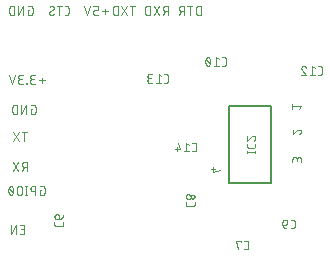
<source format=gbr>
G04 EAGLE Gerber X2 export*
%TF.Part,Single*%
%TF.FileFunction,Legend,Bot,1*%
%TF.FilePolarity,Positive*%
%TF.GenerationSoftware,Autodesk,EAGLE,9.6.2*%
%TF.CreationDate,2022-03-30T08:56:30Z*%
G75*
%MOMM*%
%FSLAX34Y34*%
%LPD*%
%INSilkscreen Bottom*%
%AMOC8*
5,1,8,0,0,1.08239X$1,22.5*%
G01*
%ADD10C,0.076200*%
%ADD11C,0.203200*%
%ADD12C,0.101600*%


D10*
X72954Y227993D02*
X71727Y227993D01*
X71727Y223901D01*
X74182Y223901D01*
X74260Y223903D01*
X74338Y223908D01*
X74415Y223918D01*
X74492Y223931D01*
X74568Y223947D01*
X74643Y223967D01*
X74717Y223991D01*
X74790Y224018D01*
X74862Y224049D01*
X74932Y224083D01*
X75001Y224120D01*
X75067Y224161D01*
X75132Y224205D01*
X75194Y224251D01*
X75254Y224301D01*
X75312Y224353D01*
X75367Y224408D01*
X75419Y224466D01*
X75469Y224526D01*
X75515Y224588D01*
X75559Y224653D01*
X75600Y224720D01*
X75637Y224788D01*
X75671Y224858D01*
X75702Y224930D01*
X75729Y225003D01*
X75753Y225077D01*
X75773Y225152D01*
X75789Y225228D01*
X75802Y225305D01*
X75812Y225382D01*
X75817Y225460D01*
X75819Y225538D01*
X75819Y229630D01*
X75817Y229708D01*
X75812Y229786D01*
X75802Y229863D01*
X75789Y229940D01*
X75773Y230016D01*
X75753Y230091D01*
X75729Y230165D01*
X75702Y230238D01*
X75671Y230310D01*
X75637Y230380D01*
X75600Y230449D01*
X75559Y230515D01*
X75515Y230580D01*
X75469Y230642D01*
X75419Y230702D01*
X75367Y230760D01*
X75312Y230815D01*
X75254Y230867D01*
X75194Y230917D01*
X75132Y230963D01*
X75067Y231007D01*
X75001Y231048D01*
X74932Y231085D01*
X74862Y231119D01*
X74790Y231150D01*
X74717Y231177D01*
X74643Y231201D01*
X74568Y231221D01*
X74492Y231237D01*
X74415Y231250D01*
X74338Y231260D01*
X74260Y231265D01*
X74182Y231267D01*
X71727Y231267D01*
X68016Y231267D02*
X68016Y223901D01*
X63924Y223901D02*
X68016Y231267D01*
X63924Y231267D02*
X63924Y223901D01*
X60213Y223901D02*
X60213Y231267D01*
X58167Y231267D01*
X58078Y231265D01*
X57989Y231259D01*
X57900Y231249D01*
X57812Y231236D01*
X57724Y231219D01*
X57637Y231197D01*
X57552Y231172D01*
X57467Y231144D01*
X57384Y231111D01*
X57302Y231075D01*
X57222Y231036D01*
X57144Y230993D01*
X57068Y230947D01*
X56993Y230897D01*
X56921Y230844D01*
X56852Y230788D01*
X56785Y230729D01*
X56720Y230668D01*
X56659Y230603D01*
X56600Y230536D01*
X56544Y230467D01*
X56491Y230395D01*
X56441Y230320D01*
X56395Y230244D01*
X56352Y230166D01*
X56313Y230086D01*
X56277Y230004D01*
X56244Y229921D01*
X56216Y229836D01*
X56191Y229751D01*
X56169Y229664D01*
X56152Y229576D01*
X56139Y229488D01*
X56129Y229399D01*
X56123Y229310D01*
X56121Y229221D01*
X56121Y225947D01*
X56123Y225858D01*
X56129Y225769D01*
X56139Y225680D01*
X56152Y225592D01*
X56169Y225504D01*
X56191Y225417D01*
X56216Y225332D01*
X56244Y225247D01*
X56277Y225164D01*
X56313Y225082D01*
X56352Y225002D01*
X56395Y224924D01*
X56441Y224848D01*
X56491Y224773D01*
X56544Y224701D01*
X56600Y224632D01*
X56659Y224565D01*
X56720Y224500D01*
X56785Y224439D01*
X56852Y224380D01*
X56921Y224324D01*
X56993Y224271D01*
X57068Y224221D01*
X57144Y224175D01*
X57222Y224132D01*
X57302Y224093D01*
X57384Y224057D01*
X57467Y224024D01*
X57552Y223996D01*
X57637Y223971D01*
X57724Y223949D01*
X57812Y223932D01*
X57900Y223919D01*
X57989Y223909D01*
X58078Y223903D01*
X58167Y223901D01*
X60213Y223901D01*
X103025Y223901D02*
X104662Y223901D01*
X104740Y223903D01*
X104818Y223908D01*
X104895Y223918D01*
X104972Y223931D01*
X105048Y223947D01*
X105123Y223967D01*
X105197Y223991D01*
X105270Y224018D01*
X105342Y224049D01*
X105412Y224083D01*
X105481Y224120D01*
X105547Y224161D01*
X105612Y224205D01*
X105674Y224251D01*
X105734Y224301D01*
X105792Y224353D01*
X105847Y224408D01*
X105899Y224466D01*
X105949Y224526D01*
X105995Y224588D01*
X106039Y224653D01*
X106080Y224720D01*
X106117Y224788D01*
X106151Y224858D01*
X106182Y224930D01*
X106209Y225003D01*
X106233Y225077D01*
X106253Y225152D01*
X106269Y225228D01*
X106282Y225305D01*
X106292Y225382D01*
X106297Y225460D01*
X106299Y225538D01*
X106299Y229630D01*
X106297Y229708D01*
X106292Y229786D01*
X106282Y229863D01*
X106269Y229940D01*
X106253Y230016D01*
X106233Y230091D01*
X106209Y230165D01*
X106182Y230238D01*
X106151Y230310D01*
X106117Y230380D01*
X106080Y230449D01*
X106039Y230515D01*
X105995Y230580D01*
X105949Y230642D01*
X105899Y230702D01*
X105847Y230760D01*
X105792Y230815D01*
X105734Y230867D01*
X105674Y230917D01*
X105612Y230963D01*
X105547Y231007D01*
X105481Y231048D01*
X105412Y231085D01*
X105342Y231119D01*
X105270Y231150D01*
X105197Y231177D01*
X105123Y231201D01*
X105048Y231221D01*
X104972Y231237D01*
X104895Y231250D01*
X104818Y231260D01*
X104740Y231265D01*
X104662Y231267D01*
X103025Y231267D01*
X98622Y231267D02*
X98622Y223901D01*
X100668Y231267D02*
X96575Y231267D01*
X89992Y225538D02*
X89994Y225460D01*
X89999Y225382D01*
X90009Y225305D01*
X90022Y225228D01*
X90038Y225152D01*
X90058Y225077D01*
X90082Y225003D01*
X90109Y224930D01*
X90140Y224858D01*
X90174Y224788D01*
X90211Y224719D01*
X90252Y224653D01*
X90296Y224588D01*
X90342Y224526D01*
X90392Y224466D01*
X90444Y224408D01*
X90499Y224353D01*
X90557Y224301D01*
X90617Y224251D01*
X90679Y224205D01*
X90744Y224161D01*
X90811Y224120D01*
X90879Y224083D01*
X90949Y224049D01*
X91021Y224018D01*
X91094Y223991D01*
X91168Y223967D01*
X91243Y223947D01*
X91319Y223931D01*
X91396Y223918D01*
X91473Y223908D01*
X91551Y223903D01*
X91629Y223901D01*
X91743Y223903D01*
X91856Y223908D01*
X91970Y223918D01*
X92083Y223931D01*
X92195Y223948D01*
X92307Y223968D01*
X92418Y223992D01*
X92529Y224020D01*
X92638Y224051D01*
X92746Y224086D01*
X92853Y224125D01*
X92959Y224167D01*
X93063Y224212D01*
X93166Y224261D01*
X93267Y224314D01*
X93366Y224369D01*
X93464Y224428D01*
X93559Y224490D01*
X93652Y224555D01*
X93744Y224623D01*
X93832Y224694D01*
X93919Y224768D01*
X94003Y224845D01*
X94084Y224924D01*
X93879Y229630D02*
X93877Y229708D01*
X93872Y229786D01*
X93862Y229863D01*
X93849Y229940D01*
X93833Y230016D01*
X93813Y230091D01*
X93789Y230165D01*
X93762Y230238D01*
X93731Y230310D01*
X93697Y230380D01*
X93660Y230449D01*
X93619Y230515D01*
X93575Y230580D01*
X93529Y230642D01*
X93479Y230702D01*
X93427Y230760D01*
X93372Y230815D01*
X93314Y230867D01*
X93254Y230917D01*
X93192Y230963D01*
X93127Y231007D01*
X93061Y231048D01*
X92992Y231085D01*
X92922Y231119D01*
X92850Y231150D01*
X92777Y231177D01*
X92703Y231201D01*
X92628Y231221D01*
X92552Y231237D01*
X92475Y231250D01*
X92398Y231260D01*
X92320Y231265D01*
X92242Y231267D01*
X92132Y231265D01*
X92023Y231259D01*
X91913Y231249D01*
X91805Y231236D01*
X91696Y231218D01*
X91589Y231197D01*
X91482Y231171D01*
X91376Y231142D01*
X91271Y231110D01*
X91168Y231073D01*
X91066Y231033D01*
X90965Y230989D01*
X90866Y230941D01*
X90769Y230891D01*
X90674Y230836D01*
X90581Y230778D01*
X90490Y230717D01*
X90401Y230653D01*
X93061Y228197D02*
X93128Y228239D01*
X93193Y228283D01*
X93255Y228331D01*
X93315Y228381D01*
X93373Y228434D01*
X93428Y228490D01*
X93480Y228549D01*
X93530Y228609D01*
X93577Y228673D01*
X93620Y228738D01*
X93661Y228805D01*
X93698Y228874D01*
X93732Y228945D01*
X93763Y229017D01*
X93790Y229091D01*
X93814Y229165D01*
X93834Y229241D01*
X93850Y229318D01*
X93863Y229395D01*
X93873Y229473D01*
X93878Y229552D01*
X93880Y229630D01*
X90810Y226970D02*
X90744Y226929D01*
X90679Y226884D01*
X90617Y226837D01*
X90557Y226786D01*
X90499Y226733D01*
X90444Y226677D01*
X90391Y226619D01*
X90342Y226558D01*
X90295Y226495D01*
X90252Y226430D01*
X90211Y226363D01*
X90174Y226294D01*
X90140Y226223D01*
X90109Y226151D01*
X90082Y226077D01*
X90058Y226002D01*
X90038Y225927D01*
X90022Y225850D01*
X90009Y225773D01*
X89999Y225695D01*
X89994Y225616D01*
X89992Y225538D01*
X90810Y226970D02*
X93061Y228198D01*
X134408Y226766D02*
X139319Y226766D01*
X136864Y229221D02*
X136864Y224310D01*
X131107Y223901D02*
X128652Y223901D01*
X128572Y223903D01*
X128492Y223909D01*
X128412Y223919D01*
X128333Y223932D01*
X128254Y223950D01*
X128177Y223971D01*
X128101Y223997D01*
X128026Y224026D01*
X127952Y224058D01*
X127880Y224094D01*
X127810Y224134D01*
X127743Y224177D01*
X127677Y224223D01*
X127614Y224273D01*
X127553Y224325D01*
X127494Y224380D01*
X127439Y224439D01*
X127387Y224499D01*
X127337Y224563D01*
X127291Y224628D01*
X127248Y224696D01*
X127208Y224766D01*
X127172Y224838D01*
X127140Y224912D01*
X127111Y224986D01*
X127086Y225063D01*
X127064Y225140D01*
X127046Y225219D01*
X127033Y225298D01*
X127023Y225377D01*
X127017Y225458D01*
X127015Y225538D01*
X127015Y226356D01*
X127017Y226434D01*
X127022Y226512D01*
X127032Y226589D01*
X127045Y226666D01*
X127061Y226742D01*
X127081Y226817D01*
X127105Y226891D01*
X127132Y226964D01*
X127163Y227036D01*
X127197Y227106D01*
X127234Y227175D01*
X127275Y227241D01*
X127319Y227306D01*
X127365Y227368D01*
X127415Y227428D01*
X127467Y227486D01*
X127522Y227541D01*
X127580Y227593D01*
X127640Y227643D01*
X127702Y227689D01*
X127767Y227733D01*
X127834Y227774D01*
X127902Y227811D01*
X127972Y227845D01*
X128044Y227876D01*
X128117Y227903D01*
X128191Y227927D01*
X128266Y227947D01*
X128342Y227963D01*
X128419Y227976D01*
X128496Y227986D01*
X128574Y227991D01*
X128652Y227993D01*
X131107Y227993D01*
X131107Y231267D01*
X127015Y231267D01*
X124201Y231267D02*
X121746Y223901D01*
X119290Y231267D01*
X160133Y231267D02*
X160133Y223901D01*
X162179Y231267D02*
X158087Y231267D01*
X150850Y231267D02*
X155761Y223901D01*
X150850Y223901D02*
X155761Y231267D01*
X147793Y231267D02*
X147793Y223901D01*
X147793Y231267D02*
X145746Y231267D01*
X145657Y231265D01*
X145568Y231259D01*
X145479Y231249D01*
X145391Y231236D01*
X145303Y231219D01*
X145216Y231197D01*
X145131Y231172D01*
X145046Y231144D01*
X144963Y231111D01*
X144881Y231075D01*
X144801Y231036D01*
X144723Y230993D01*
X144647Y230947D01*
X144572Y230897D01*
X144500Y230844D01*
X144431Y230788D01*
X144364Y230729D01*
X144299Y230668D01*
X144238Y230603D01*
X144179Y230536D01*
X144123Y230467D01*
X144070Y230395D01*
X144020Y230320D01*
X143974Y230244D01*
X143931Y230166D01*
X143892Y230086D01*
X143856Y230004D01*
X143823Y229921D01*
X143795Y229836D01*
X143770Y229751D01*
X143748Y229664D01*
X143731Y229576D01*
X143718Y229488D01*
X143708Y229399D01*
X143702Y229310D01*
X143700Y229221D01*
X143700Y225947D01*
X143702Y225858D01*
X143708Y225769D01*
X143718Y225680D01*
X143731Y225592D01*
X143748Y225504D01*
X143770Y225417D01*
X143795Y225332D01*
X143823Y225247D01*
X143856Y225164D01*
X143892Y225082D01*
X143931Y225002D01*
X143974Y224924D01*
X144020Y224848D01*
X144070Y224773D01*
X144123Y224701D01*
X144179Y224632D01*
X144238Y224565D01*
X144299Y224500D01*
X144364Y224439D01*
X144431Y224380D01*
X144500Y224324D01*
X144572Y224271D01*
X144647Y224221D01*
X144723Y224175D01*
X144801Y224132D01*
X144881Y224093D01*
X144963Y224057D01*
X145046Y224024D01*
X145131Y223996D01*
X145216Y223971D01*
X145303Y223949D01*
X145391Y223932D01*
X145479Y223919D01*
X145568Y223909D01*
X145657Y223903D01*
X145746Y223901D01*
X147793Y223901D01*
X190119Y223901D02*
X190119Y231267D01*
X188073Y231267D01*
X187984Y231265D01*
X187895Y231259D01*
X187806Y231249D01*
X187718Y231236D01*
X187630Y231219D01*
X187543Y231197D01*
X187458Y231172D01*
X187373Y231144D01*
X187290Y231111D01*
X187208Y231075D01*
X187128Y231036D01*
X187050Y230993D01*
X186974Y230947D01*
X186899Y230897D01*
X186827Y230844D01*
X186758Y230788D01*
X186691Y230729D01*
X186626Y230668D01*
X186565Y230603D01*
X186506Y230536D01*
X186450Y230467D01*
X186397Y230395D01*
X186347Y230320D01*
X186301Y230244D01*
X186258Y230166D01*
X186219Y230086D01*
X186183Y230004D01*
X186150Y229921D01*
X186122Y229836D01*
X186097Y229751D01*
X186075Y229664D01*
X186058Y229576D01*
X186045Y229488D01*
X186035Y229399D01*
X186029Y229310D01*
X186027Y229221D01*
X186029Y229132D01*
X186035Y229043D01*
X186045Y228954D01*
X186058Y228866D01*
X186075Y228778D01*
X186097Y228691D01*
X186122Y228606D01*
X186150Y228521D01*
X186183Y228438D01*
X186219Y228356D01*
X186258Y228276D01*
X186301Y228198D01*
X186347Y228122D01*
X186397Y228047D01*
X186450Y227975D01*
X186506Y227906D01*
X186565Y227839D01*
X186626Y227774D01*
X186691Y227713D01*
X186758Y227654D01*
X186827Y227598D01*
X186899Y227545D01*
X186974Y227495D01*
X187050Y227449D01*
X187128Y227406D01*
X187208Y227367D01*
X187290Y227331D01*
X187373Y227298D01*
X187458Y227270D01*
X187543Y227245D01*
X187630Y227223D01*
X187718Y227206D01*
X187806Y227193D01*
X187895Y227183D01*
X187984Y227177D01*
X188073Y227175D01*
X190119Y227175D01*
X187664Y227175D02*
X186027Y223901D01*
X183264Y223901D02*
X178354Y231267D01*
X183264Y231267D02*
X178354Y223901D01*
X175296Y223901D02*
X175296Y231267D01*
X173250Y231267D01*
X173161Y231265D01*
X173072Y231259D01*
X172983Y231249D01*
X172895Y231236D01*
X172807Y231219D01*
X172720Y231197D01*
X172635Y231172D01*
X172550Y231144D01*
X172467Y231111D01*
X172385Y231075D01*
X172305Y231036D01*
X172227Y230993D01*
X172151Y230947D01*
X172076Y230897D01*
X172004Y230844D01*
X171935Y230788D01*
X171868Y230729D01*
X171803Y230668D01*
X171742Y230603D01*
X171683Y230536D01*
X171627Y230467D01*
X171574Y230395D01*
X171524Y230320D01*
X171478Y230244D01*
X171435Y230166D01*
X171396Y230086D01*
X171360Y230004D01*
X171327Y229921D01*
X171299Y229836D01*
X171274Y229751D01*
X171252Y229664D01*
X171235Y229576D01*
X171222Y229488D01*
X171212Y229399D01*
X171206Y229310D01*
X171204Y229221D01*
X171204Y225947D01*
X171206Y225858D01*
X171212Y225769D01*
X171222Y225680D01*
X171235Y225592D01*
X171252Y225504D01*
X171274Y225417D01*
X171299Y225332D01*
X171327Y225247D01*
X171360Y225164D01*
X171396Y225082D01*
X171435Y225002D01*
X171478Y224924D01*
X171524Y224848D01*
X171574Y224773D01*
X171627Y224701D01*
X171683Y224632D01*
X171742Y224565D01*
X171803Y224500D01*
X171868Y224439D01*
X171935Y224380D01*
X172004Y224324D01*
X172076Y224271D01*
X172151Y224221D01*
X172227Y224175D01*
X172305Y224132D01*
X172385Y224093D01*
X172467Y224057D01*
X172550Y224024D01*
X172635Y223996D01*
X172720Y223971D01*
X172807Y223949D01*
X172895Y223932D01*
X172983Y223919D01*
X173072Y223909D01*
X173161Y223903D01*
X173250Y223901D01*
X175296Y223901D01*
X218059Y223901D02*
X218059Y231267D01*
X216013Y231267D01*
X215924Y231265D01*
X215835Y231259D01*
X215746Y231249D01*
X215658Y231236D01*
X215570Y231219D01*
X215483Y231197D01*
X215398Y231172D01*
X215313Y231144D01*
X215230Y231111D01*
X215148Y231075D01*
X215068Y231036D01*
X214990Y230993D01*
X214914Y230947D01*
X214839Y230897D01*
X214767Y230844D01*
X214698Y230788D01*
X214631Y230729D01*
X214566Y230668D01*
X214505Y230603D01*
X214446Y230536D01*
X214390Y230467D01*
X214337Y230395D01*
X214287Y230320D01*
X214241Y230244D01*
X214198Y230166D01*
X214159Y230086D01*
X214123Y230004D01*
X214090Y229921D01*
X214062Y229836D01*
X214037Y229751D01*
X214015Y229664D01*
X213998Y229576D01*
X213985Y229488D01*
X213975Y229399D01*
X213969Y229310D01*
X213967Y229221D01*
X213967Y225947D01*
X213969Y225858D01*
X213975Y225769D01*
X213985Y225680D01*
X213998Y225592D01*
X214015Y225504D01*
X214037Y225417D01*
X214062Y225332D01*
X214090Y225247D01*
X214123Y225164D01*
X214159Y225082D01*
X214198Y225002D01*
X214241Y224924D01*
X214287Y224848D01*
X214337Y224773D01*
X214390Y224701D01*
X214446Y224632D01*
X214505Y224565D01*
X214566Y224500D01*
X214631Y224439D01*
X214698Y224380D01*
X214767Y224324D01*
X214839Y224271D01*
X214914Y224221D01*
X214990Y224175D01*
X215068Y224132D01*
X215148Y224093D01*
X215230Y224057D01*
X215313Y224024D01*
X215398Y223996D01*
X215483Y223971D01*
X215570Y223949D01*
X215658Y223932D01*
X215746Y223919D01*
X215835Y223909D01*
X215924Y223903D01*
X216013Y223901D01*
X218059Y223901D01*
X208942Y223901D02*
X208942Y231267D01*
X210988Y231267D02*
X206895Y231267D01*
X203865Y231267D02*
X203865Y223901D01*
X203865Y231267D02*
X201819Y231267D01*
X201730Y231265D01*
X201641Y231259D01*
X201552Y231249D01*
X201464Y231236D01*
X201376Y231219D01*
X201289Y231197D01*
X201204Y231172D01*
X201119Y231144D01*
X201036Y231111D01*
X200954Y231075D01*
X200874Y231036D01*
X200796Y230993D01*
X200720Y230947D01*
X200645Y230897D01*
X200573Y230844D01*
X200504Y230788D01*
X200437Y230729D01*
X200372Y230668D01*
X200311Y230603D01*
X200252Y230536D01*
X200196Y230467D01*
X200143Y230395D01*
X200093Y230320D01*
X200047Y230244D01*
X200004Y230166D01*
X199965Y230086D01*
X199929Y230004D01*
X199896Y229921D01*
X199868Y229836D01*
X199843Y229751D01*
X199821Y229664D01*
X199804Y229576D01*
X199791Y229488D01*
X199781Y229399D01*
X199775Y229310D01*
X199773Y229221D01*
X199775Y229132D01*
X199781Y229043D01*
X199791Y228954D01*
X199804Y228866D01*
X199821Y228778D01*
X199843Y228691D01*
X199868Y228606D01*
X199896Y228521D01*
X199929Y228438D01*
X199965Y228356D01*
X200004Y228276D01*
X200047Y228198D01*
X200093Y228122D01*
X200143Y228047D01*
X200196Y227975D01*
X200252Y227906D01*
X200311Y227839D01*
X200372Y227774D01*
X200437Y227713D01*
X200504Y227654D01*
X200573Y227598D01*
X200645Y227545D01*
X200720Y227495D01*
X200796Y227449D01*
X200874Y227406D01*
X200954Y227367D01*
X201036Y227331D01*
X201119Y227298D01*
X201204Y227270D01*
X201289Y227245D01*
X201376Y227223D01*
X201464Y227206D01*
X201552Y227193D01*
X201641Y227183D01*
X201730Y227177D01*
X201819Y227175D01*
X203865Y227175D01*
X201410Y227175D02*
X199773Y223901D01*
X85979Y168346D02*
X81068Y168346D01*
X83524Y170801D02*
X83524Y165890D01*
X77767Y165481D02*
X75721Y165481D01*
X75632Y165483D01*
X75543Y165489D01*
X75454Y165499D01*
X75366Y165512D01*
X75278Y165529D01*
X75191Y165551D01*
X75106Y165576D01*
X75021Y165604D01*
X74938Y165637D01*
X74856Y165673D01*
X74776Y165712D01*
X74698Y165755D01*
X74622Y165801D01*
X74547Y165851D01*
X74475Y165904D01*
X74406Y165960D01*
X74339Y166019D01*
X74274Y166080D01*
X74213Y166145D01*
X74154Y166212D01*
X74098Y166281D01*
X74045Y166353D01*
X73995Y166428D01*
X73949Y166504D01*
X73906Y166582D01*
X73867Y166662D01*
X73831Y166744D01*
X73798Y166827D01*
X73770Y166912D01*
X73745Y166997D01*
X73723Y167084D01*
X73706Y167172D01*
X73693Y167260D01*
X73683Y167349D01*
X73677Y167438D01*
X73675Y167527D01*
X73677Y167616D01*
X73683Y167705D01*
X73693Y167794D01*
X73706Y167882D01*
X73723Y167970D01*
X73745Y168057D01*
X73770Y168142D01*
X73798Y168227D01*
X73831Y168310D01*
X73867Y168392D01*
X73906Y168472D01*
X73949Y168550D01*
X73995Y168626D01*
X74045Y168701D01*
X74098Y168773D01*
X74154Y168842D01*
X74213Y168909D01*
X74274Y168974D01*
X74339Y169035D01*
X74406Y169094D01*
X74475Y169150D01*
X74547Y169203D01*
X74622Y169253D01*
X74698Y169299D01*
X74776Y169342D01*
X74856Y169381D01*
X74938Y169417D01*
X75021Y169450D01*
X75106Y169478D01*
X75191Y169503D01*
X75278Y169525D01*
X75366Y169542D01*
X75454Y169555D01*
X75543Y169565D01*
X75632Y169571D01*
X75721Y169573D01*
X75312Y172847D02*
X77767Y172847D01*
X75312Y172847D02*
X75233Y172845D01*
X75154Y172839D01*
X75075Y172830D01*
X74997Y172817D01*
X74920Y172799D01*
X74844Y172779D01*
X74769Y172754D01*
X74695Y172726D01*
X74622Y172695D01*
X74551Y172659D01*
X74482Y172621D01*
X74415Y172579D01*
X74350Y172534D01*
X74287Y172486D01*
X74226Y172435D01*
X74169Y172381D01*
X74113Y172325D01*
X74061Y172266D01*
X74011Y172204D01*
X73965Y172140D01*
X73921Y172074D01*
X73881Y172006D01*
X73845Y171936D01*
X73811Y171864D01*
X73781Y171790D01*
X73755Y171716D01*
X73732Y171640D01*
X73714Y171563D01*
X73698Y171486D01*
X73687Y171407D01*
X73679Y171329D01*
X73675Y171250D01*
X73675Y171170D01*
X73679Y171091D01*
X73687Y171013D01*
X73698Y170934D01*
X73714Y170857D01*
X73732Y170780D01*
X73755Y170704D01*
X73781Y170630D01*
X73811Y170556D01*
X73845Y170484D01*
X73881Y170414D01*
X73921Y170346D01*
X73965Y170280D01*
X74011Y170216D01*
X74061Y170154D01*
X74113Y170095D01*
X74169Y170039D01*
X74226Y169985D01*
X74287Y169934D01*
X74350Y169886D01*
X74415Y169841D01*
X74482Y169799D01*
X74551Y169761D01*
X74622Y169725D01*
X74695Y169694D01*
X74769Y169666D01*
X74844Y169641D01*
X74920Y169621D01*
X74997Y169603D01*
X75075Y169590D01*
X75154Y169581D01*
X75233Y169575D01*
X75312Y169573D01*
X76948Y169573D01*
X70805Y165890D02*
X70805Y165481D01*
X70805Y165890D02*
X70396Y165890D01*
X70396Y165481D01*
X70805Y165481D01*
X67526Y165481D02*
X65480Y165481D01*
X65391Y165483D01*
X65302Y165489D01*
X65213Y165499D01*
X65125Y165512D01*
X65037Y165529D01*
X64950Y165551D01*
X64865Y165576D01*
X64780Y165604D01*
X64697Y165637D01*
X64615Y165673D01*
X64535Y165712D01*
X64457Y165755D01*
X64381Y165801D01*
X64306Y165851D01*
X64234Y165904D01*
X64165Y165960D01*
X64098Y166019D01*
X64033Y166080D01*
X63972Y166145D01*
X63913Y166212D01*
X63857Y166281D01*
X63804Y166353D01*
X63754Y166428D01*
X63708Y166504D01*
X63665Y166582D01*
X63626Y166662D01*
X63590Y166744D01*
X63557Y166827D01*
X63529Y166912D01*
X63504Y166997D01*
X63482Y167084D01*
X63465Y167172D01*
X63452Y167260D01*
X63442Y167349D01*
X63436Y167438D01*
X63434Y167527D01*
X63436Y167616D01*
X63442Y167705D01*
X63452Y167794D01*
X63465Y167882D01*
X63482Y167970D01*
X63504Y168057D01*
X63529Y168142D01*
X63557Y168227D01*
X63590Y168310D01*
X63626Y168392D01*
X63665Y168472D01*
X63708Y168550D01*
X63754Y168626D01*
X63804Y168701D01*
X63857Y168773D01*
X63913Y168842D01*
X63972Y168909D01*
X64033Y168974D01*
X64098Y169035D01*
X64165Y169094D01*
X64234Y169150D01*
X64306Y169203D01*
X64381Y169253D01*
X64457Y169299D01*
X64535Y169342D01*
X64615Y169381D01*
X64697Y169417D01*
X64780Y169450D01*
X64865Y169478D01*
X64950Y169503D01*
X65037Y169525D01*
X65125Y169542D01*
X65213Y169555D01*
X65302Y169565D01*
X65391Y169571D01*
X65480Y169573D01*
X65070Y172847D02*
X67526Y172847D01*
X65070Y172847D02*
X64991Y172845D01*
X64912Y172839D01*
X64833Y172830D01*
X64755Y172817D01*
X64678Y172799D01*
X64602Y172779D01*
X64527Y172754D01*
X64453Y172726D01*
X64380Y172695D01*
X64309Y172659D01*
X64240Y172621D01*
X64173Y172579D01*
X64108Y172534D01*
X64045Y172486D01*
X63984Y172435D01*
X63927Y172381D01*
X63871Y172325D01*
X63819Y172266D01*
X63769Y172204D01*
X63723Y172140D01*
X63679Y172074D01*
X63639Y172006D01*
X63603Y171936D01*
X63569Y171864D01*
X63539Y171790D01*
X63513Y171716D01*
X63490Y171640D01*
X63472Y171563D01*
X63456Y171486D01*
X63445Y171407D01*
X63437Y171329D01*
X63433Y171250D01*
X63433Y171170D01*
X63437Y171091D01*
X63445Y171013D01*
X63456Y170934D01*
X63472Y170857D01*
X63490Y170780D01*
X63513Y170704D01*
X63539Y170630D01*
X63569Y170556D01*
X63603Y170484D01*
X63639Y170414D01*
X63679Y170346D01*
X63723Y170280D01*
X63769Y170216D01*
X63819Y170154D01*
X63871Y170095D01*
X63927Y170039D01*
X63984Y169985D01*
X64045Y169934D01*
X64108Y169886D01*
X64173Y169841D01*
X64240Y169799D01*
X64309Y169761D01*
X64380Y169725D01*
X64453Y169694D01*
X64527Y169666D01*
X64602Y169641D01*
X64678Y169621D01*
X64755Y169603D01*
X64833Y169590D01*
X64912Y169581D01*
X64991Y169575D01*
X65070Y169573D01*
X66707Y169573D01*
X60620Y172847D02*
X58164Y165481D01*
X55709Y172847D01*
X74267Y144173D02*
X75494Y144173D01*
X74267Y144173D02*
X74267Y140081D01*
X76722Y140081D01*
X76800Y140083D01*
X76878Y140088D01*
X76955Y140098D01*
X77032Y140111D01*
X77108Y140127D01*
X77183Y140147D01*
X77257Y140171D01*
X77330Y140198D01*
X77402Y140229D01*
X77472Y140263D01*
X77541Y140300D01*
X77607Y140341D01*
X77672Y140385D01*
X77734Y140431D01*
X77794Y140481D01*
X77852Y140533D01*
X77907Y140588D01*
X77959Y140646D01*
X78009Y140706D01*
X78055Y140768D01*
X78099Y140833D01*
X78140Y140900D01*
X78177Y140968D01*
X78211Y141038D01*
X78242Y141110D01*
X78269Y141183D01*
X78293Y141257D01*
X78313Y141332D01*
X78329Y141408D01*
X78342Y141485D01*
X78352Y141562D01*
X78357Y141640D01*
X78359Y141718D01*
X78359Y145810D01*
X78357Y145888D01*
X78352Y145966D01*
X78342Y146043D01*
X78329Y146120D01*
X78313Y146196D01*
X78293Y146271D01*
X78269Y146345D01*
X78242Y146418D01*
X78211Y146490D01*
X78177Y146560D01*
X78140Y146629D01*
X78099Y146695D01*
X78055Y146760D01*
X78009Y146822D01*
X77959Y146882D01*
X77907Y146940D01*
X77852Y146995D01*
X77794Y147047D01*
X77734Y147097D01*
X77672Y147143D01*
X77607Y147187D01*
X77541Y147228D01*
X77472Y147265D01*
X77402Y147299D01*
X77330Y147330D01*
X77257Y147357D01*
X77183Y147381D01*
X77108Y147401D01*
X77032Y147417D01*
X76955Y147430D01*
X76878Y147440D01*
X76800Y147445D01*
X76722Y147447D01*
X74267Y147447D01*
X70556Y147447D02*
X70556Y140081D01*
X66464Y140081D02*
X70556Y147447D01*
X66464Y147447D02*
X66464Y140081D01*
X62753Y140081D02*
X62753Y147447D01*
X60707Y147447D01*
X60618Y147445D01*
X60529Y147439D01*
X60440Y147429D01*
X60352Y147416D01*
X60264Y147399D01*
X60177Y147377D01*
X60092Y147352D01*
X60007Y147324D01*
X59924Y147291D01*
X59842Y147255D01*
X59762Y147216D01*
X59684Y147173D01*
X59608Y147127D01*
X59533Y147077D01*
X59461Y147024D01*
X59392Y146968D01*
X59325Y146909D01*
X59260Y146848D01*
X59199Y146783D01*
X59140Y146716D01*
X59084Y146647D01*
X59031Y146575D01*
X58981Y146500D01*
X58935Y146424D01*
X58892Y146346D01*
X58853Y146266D01*
X58817Y146184D01*
X58784Y146101D01*
X58756Y146016D01*
X58731Y145931D01*
X58709Y145844D01*
X58692Y145756D01*
X58679Y145668D01*
X58669Y145579D01*
X58663Y145490D01*
X58661Y145401D01*
X58661Y142127D01*
X58663Y142038D01*
X58669Y141949D01*
X58679Y141860D01*
X58692Y141772D01*
X58709Y141684D01*
X58731Y141597D01*
X58756Y141512D01*
X58784Y141427D01*
X58817Y141344D01*
X58853Y141262D01*
X58892Y141182D01*
X58935Y141104D01*
X58981Y141028D01*
X59031Y140953D01*
X59084Y140881D01*
X59140Y140812D01*
X59199Y140745D01*
X59260Y140680D01*
X59325Y140619D01*
X59392Y140560D01*
X59461Y140504D01*
X59533Y140451D01*
X59608Y140401D01*
X59684Y140355D01*
X59762Y140312D01*
X59842Y140273D01*
X59924Y140237D01*
X60007Y140204D01*
X60092Y140176D01*
X60177Y140151D01*
X60264Y140129D01*
X60352Y140112D01*
X60440Y140099D01*
X60529Y140089D01*
X60618Y140083D01*
X60707Y140081D01*
X62753Y140081D01*
X68693Y124587D02*
X68693Y117221D01*
X70739Y124587D02*
X66647Y124587D01*
X59410Y124587D02*
X64321Y117221D01*
X59410Y117221D02*
X64321Y124587D01*
X70739Y99187D02*
X70739Y91821D01*
X70739Y99187D02*
X68693Y99187D01*
X68604Y99185D01*
X68515Y99179D01*
X68426Y99169D01*
X68338Y99156D01*
X68250Y99139D01*
X68163Y99117D01*
X68078Y99092D01*
X67993Y99064D01*
X67910Y99031D01*
X67828Y98995D01*
X67748Y98956D01*
X67670Y98913D01*
X67594Y98867D01*
X67519Y98817D01*
X67447Y98764D01*
X67378Y98708D01*
X67311Y98649D01*
X67246Y98588D01*
X67185Y98523D01*
X67126Y98456D01*
X67070Y98387D01*
X67017Y98315D01*
X66967Y98240D01*
X66921Y98164D01*
X66878Y98086D01*
X66839Y98006D01*
X66803Y97924D01*
X66770Y97841D01*
X66742Y97756D01*
X66717Y97671D01*
X66695Y97584D01*
X66678Y97496D01*
X66665Y97408D01*
X66655Y97319D01*
X66649Y97230D01*
X66647Y97141D01*
X66649Y97052D01*
X66655Y96963D01*
X66665Y96874D01*
X66678Y96786D01*
X66695Y96698D01*
X66717Y96611D01*
X66742Y96526D01*
X66770Y96441D01*
X66803Y96358D01*
X66839Y96276D01*
X66878Y96196D01*
X66921Y96118D01*
X66967Y96042D01*
X67017Y95967D01*
X67070Y95895D01*
X67126Y95826D01*
X67185Y95759D01*
X67246Y95694D01*
X67311Y95633D01*
X67378Y95574D01*
X67447Y95518D01*
X67519Y95465D01*
X67594Y95415D01*
X67670Y95369D01*
X67748Y95326D01*
X67828Y95287D01*
X67910Y95251D01*
X67993Y95218D01*
X68078Y95190D01*
X68163Y95165D01*
X68250Y95143D01*
X68338Y95126D01*
X68426Y95113D01*
X68515Y95103D01*
X68604Y95097D01*
X68693Y95095D01*
X70739Y95095D01*
X68284Y95095D02*
X66647Y91821D01*
X63884Y91821D02*
X58974Y99187D01*
X63884Y99187D02*
X58974Y91821D01*
X81887Y75593D02*
X83114Y75593D01*
X81887Y75593D02*
X81887Y71501D01*
X84342Y71501D01*
X84420Y71503D01*
X84498Y71508D01*
X84575Y71518D01*
X84652Y71531D01*
X84728Y71547D01*
X84803Y71567D01*
X84877Y71591D01*
X84950Y71618D01*
X85022Y71649D01*
X85092Y71683D01*
X85161Y71720D01*
X85227Y71761D01*
X85292Y71805D01*
X85354Y71851D01*
X85414Y71901D01*
X85472Y71953D01*
X85527Y72008D01*
X85579Y72066D01*
X85629Y72126D01*
X85675Y72188D01*
X85719Y72253D01*
X85760Y72320D01*
X85797Y72388D01*
X85831Y72458D01*
X85862Y72530D01*
X85889Y72603D01*
X85913Y72677D01*
X85933Y72752D01*
X85949Y72828D01*
X85962Y72905D01*
X85972Y72982D01*
X85977Y73060D01*
X85979Y73138D01*
X85979Y77230D01*
X85977Y77308D01*
X85972Y77386D01*
X85962Y77463D01*
X85949Y77540D01*
X85933Y77616D01*
X85913Y77691D01*
X85889Y77765D01*
X85862Y77838D01*
X85831Y77910D01*
X85797Y77980D01*
X85760Y78049D01*
X85719Y78115D01*
X85675Y78180D01*
X85629Y78242D01*
X85579Y78302D01*
X85527Y78360D01*
X85472Y78415D01*
X85414Y78467D01*
X85354Y78517D01*
X85292Y78563D01*
X85227Y78607D01*
X85161Y78648D01*
X85092Y78685D01*
X85022Y78719D01*
X84950Y78750D01*
X84877Y78777D01*
X84803Y78801D01*
X84728Y78821D01*
X84652Y78837D01*
X84575Y78850D01*
X84498Y78860D01*
X84420Y78865D01*
X84342Y78867D01*
X81887Y78867D01*
X78058Y78867D02*
X78058Y71501D01*
X78058Y78867D02*
X76012Y78867D01*
X75923Y78865D01*
X75834Y78859D01*
X75745Y78849D01*
X75657Y78836D01*
X75569Y78819D01*
X75482Y78797D01*
X75397Y78772D01*
X75312Y78744D01*
X75229Y78711D01*
X75147Y78675D01*
X75067Y78636D01*
X74989Y78593D01*
X74913Y78547D01*
X74838Y78497D01*
X74766Y78444D01*
X74697Y78388D01*
X74630Y78329D01*
X74565Y78268D01*
X74504Y78203D01*
X74445Y78136D01*
X74389Y78067D01*
X74336Y77995D01*
X74286Y77920D01*
X74240Y77844D01*
X74197Y77766D01*
X74158Y77686D01*
X74122Y77604D01*
X74089Y77521D01*
X74061Y77436D01*
X74036Y77351D01*
X74014Y77264D01*
X73997Y77176D01*
X73984Y77088D01*
X73974Y76999D01*
X73968Y76910D01*
X73966Y76821D01*
X73968Y76732D01*
X73974Y76643D01*
X73984Y76554D01*
X73997Y76466D01*
X74014Y76378D01*
X74036Y76291D01*
X74061Y76206D01*
X74089Y76121D01*
X74122Y76038D01*
X74158Y75956D01*
X74197Y75876D01*
X74240Y75798D01*
X74286Y75722D01*
X74336Y75647D01*
X74389Y75575D01*
X74445Y75506D01*
X74504Y75439D01*
X74565Y75374D01*
X74630Y75313D01*
X74697Y75254D01*
X74766Y75198D01*
X74838Y75145D01*
X74913Y75095D01*
X74989Y75049D01*
X75067Y75006D01*
X75147Y74967D01*
X75229Y74931D01*
X75312Y74898D01*
X75397Y74870D01*
X75482Y74845D01*
X75569Y74823D01*
X75657Y74806D01*
X75745Y74793D01*
X75834Y74783D01*
X75923Y74777D01*
X76012Y74775D01*
X78058Y74775D01*
X70522Y71501D02*
X70522Y78867D01*
X71340Y71501D02*
X69703Y71501D01*
X69703Y78867D02*
X71340Y78867D01*
X66716Y76821D02*
X66716Y73547D01*
X66716Y76821D02*
X66714Y76910D01*
X66708Y76999D01*
X66698Y77088D01*
X66685Y77176D01*
X66668Y77264D01*
X66646Y77351D01*
X66621Y77436D01*
X66593Y77521D01*
X66560Y77604D01*
X66524Y77686D01*
X66485Y77766D01*
X66442Y77844D01*
X66396Y77920D01*
X66346Y77995D01*
X66293Y78067D01*
X66237Y78136D01*
X66178Y78203D01*
X66117Y78268D01*
X66052Y78329D01*
X65985Y78388D01*
X65916Y78444D01*
X65844Y78497D01*
X65769Y78547D01*
X65693Y78593D01*
X65615Y78636D01*
X65535Y78675D01*
X65453Y78711D01*
X65370Y78744D01*
X65285Y78772D01*
X65200Y78797D01*
X65113Y78819D01*
X65025Y78836D01*
X64937Y78849D01*
X64848Y78859D01*
X64759Y78865D01*
X64670Y78867D01*
X64581Y78865D01*
X64492Y78859D01*
X64403Y78849D01*
X64315Y78836D01*
X64227Y78819D01*
X64140Y78797D01*
X64055Y78772D01*
X63970Y78744D01*
X63887Y78711D01*
X63805Y78675D01*
X63725Y78636D01*
X63647Y78593D01*
X63571Y78547D01*
X63496Y78497D01*
X63424Y78444D01*
X63355Y78388D01*
X63288Y78329D01*
X63223Y78268D01*
X63162Y78203D01*
X63103Y78136D01*
X63047Y78067D01*
X62994Y77995D01*
X62944Y77920D01*
X62898Y77844D01*
X62855Y77766D01*
X62816Y77686D01*
X62780Y77604D01*
X62747Y77521D01*
X62719Y77436D01*
X62694Y77351D01*
X62672Y77264D01*
X62655Y77176D01*
X62642Y77088D01*
X62632Y76999D01*
X62626Y76910D01*
X62624Y76821D01*
X62623Y76821D02*
X62623Y73547D01*
X62624Y73547D02*
X62626Y73458D01*
X62632Y73369D01*
X62642Y73280D01*
X62655Y73192D01*
X62672Y73104D01*
X62694Y73017D01*
X62719Y72932D01*
X62747Y72847D01*
X62780Y72764D01*
X62816Y72682D01*
X62855Y72602D01*
X62898Y72524D01*
X62944Y72448D01*
X62994Y72373D01*
X63047Y72301D01*
X63103Y72232D01*
X63162Y72165D01*
X63223Y72100D01*
X63288Y72039D01*
X63355Y71980D01*
X63424Y71924D01*
X63496Y71871D01*
X63571Y71821D01*
X63647Y71775D01*
X63725Y71732D01*
X63805Y71693D01*
X63887Y71657D01*
X63970Y71624D01*
X64055Y71596D01*
X64140Y71571D01*
X64227Y71549D01*
X64315Y71532D01*
X64403Y71519D01*
X64492Y71509D01*
X64581Y71503D01*
X64670Y71501D01*
X64759Y71503D01*
X64848Y71509D01*
X64937Y71519D01*
X65025Y71532D01*
X65113Y71549D01*
X65200Y71571D01*
X65285Y71596D01*
X65370Y71624D01*
X65453Y71657D01*
X65535Y71693D01*
X65615Y71732D01*
X65693Y71775D01*
X65769Y71821D01*
X65844Y71871D01*
X65916Y71924D01*
X65985Y71980D01*
X66052Y72039D01*
X66117Y72100D01*
X66178Y72165D01*
X66237Y72232D01*
X66293Y72301D01*
X66346Y72373D01*
X66396Y72448D01*
X66442Y72524D01*
X66485Y72602D01*
X66524Y72682D01*
X66560Y72764D01*
X66593Y72847D01*
X66621Y72932D01*
X66646Y73017D01*
X66668Y73104D01*
X66685Y73192D01*
X66698Y73280D01*
X66708Y73369D01*
X66714Y73458D01*
X66716Y73547D01*
X59400Y75184D02*
X59398Y75337D01*
X59392Y75490D01*
X59383Y75642D01*
X59369Y75795D01*
X59352Y75947D01*
X59331Y76098D01*
X59306Y76249D01*
X59277Y76399D01*
X59245Y76549D01*
X59208Y76697D01*
X59168Y76845D01*
X59125Y76992D01*
X59077Y77137D01*
X59026Y77281D01*
X58972Y77424D01*
X58913Y77566D01*
X58852Y77705D01*
X58786Y77844D01*
X58760Y77914D01*
X58730Y77983D01*
X58698Y78051D01*
X58661Y78117D01*
X58622Y78181D01*
X58579Y78243D01*
X58534Y78302D01*
X58485Y78360D01*
X58434Y78414D01*
X58380Y78467D01*
X58323Y78516D01*
X58264Y78563D01*
X58203Y78606D01*
X58140Y78647D01*
X58075Y78684D01*
X58008Y78719D01*
X57939Y78749D01*
X57869Y78777D01*
X57798Y78800D01*
X57726Y78821D01*
X57653Y78837D01*
X57579Y78850D01*
X57504Y78860D01*
X57429Y78865D01*
X57354Y78867D01*
X57279Y78865D01*
X57204Y78860D01*
X57129Y78850D01*
X57055Y78837D01*
X56982Y78821D01*
X56910Y78800D01*
X56839Y78777D01*
X56769Y78749D01*
X56700Y78719D01*
X56633Y78684D01*
X56568Y78647D01*
X56505Y78606D01*
X56444Y78563D01*
X56385Y78516D01*
X56328Y78467D01*
X56274Y78414D01*
X56223Y78360D01*
X56175Y78302D01*
X56129Y78243D01*
X56086Y78181D01*
X56047Y78117D01*
X56011Y78051D01*
X55978Y77984D01*
X55948Y77914D01*
X55922Y77844D01*
X55857Y77706D01*
X55795Y77566D01*
X55737Y77424D01*
X55682Y77281D01*
X55631Y77137D01*
X55583Y76992D01*
X55540Y76845D01*
X55500Y76698D01*
X55463Y76549D01*
X55431Y76399D01*
X55402Y76249D01*
X55377Y76098D01*
X55356Y75947D01*
X55339Y75795D01*
X55325Y75642D01*
X55316Y75490D01*
X55310Y75337D01*
X55308Y75184D01*
X59401Y75184D02*
X59399Y75031D01*
X59393Y74878D01*
X59384Y74725D01*
X59370Y74573D01*
X59353Y74421D01*
X59332Y74270D01*
X59307Y74119D01*
X59278Y73968D01*
X59246Y73819D01*
X59209Y73670D01*
X59169Y73523D01*
X59126Y73376D01*
X59078Y73231D01*
X59027Y73086D01*
X58972Y72944D01*
X58914Y72802D01*
X58852Y72662D01*
X58787Y72524D01*
X58786Y72524D02*
X58760Y72454D01*
X58730Y72384D01*
X58698Y72317D01*
X58661Y72251D01*
X58622Y72187D01*
X58579Y72125D01*
X58533Y72066D01*
X58485Y72008D01*
X58434Y71954D01*
X58380Y71901D01*
X58323Y71852D01*
X58264Y71805D01*
X58203Y71762D01*
X58140Y71721D01*
X58075Y71684D01*
X58008Y71649D01*
X57939Y71619D01*
X57869Y71591D01*
X57798Y71568D01*
X57726Y71547D01*
X57653Y71531D01*
X57579Y71518D01*
X57504Y71508D01*
X57429Y71503D01*
X57354Y71501D01*
X55922Y72524D02*
X55857Y72662D01*
X55795Y72802D01*
X55737Y72944D01*
X55682Y73087D01*
X55631Y73231D01*
X55583Y73376D01*
X55540Y73523D01*
X55500Y73671D01*
X55463Y73819D01*
X55431Y73969D01*
X55402Y74119D01*
X55377Y74270D01*
X55356Y74421D01*
X55339Y74573D01*
X55325Y74726D01*
X55316Y74878D01*
X55310Y75031D01*
X55308Y75184D01*
X55922Y72524D02*
X55948Y72453D01*
X55978Y72384D01*
X56011Y72317D01*
X56047Y72251D01*
X56086Y72187D01*
X56129Y72125D01*
X56175Y72066D01*
X56223Y72008D01*
X56274Y71954D01*
X56328Y71901D01*
X56385Y71852D01*
X56444Y71805D01*
X56505Y71762D01*
X56568Y71721D01*
X56633Y71684D01*
X56700Y71649D01*
X56769Y71619D01*
X56839Y71591D01*
X56910Y71568D01*
X56982Y71547D01*
X57055Y71531D01*
X57129Y71518D01*
X57204Y71508D01*
X57279Y71503D01*
X57354Y71501D01*
X58991Y73138D02*
X55717Y77230D01*
X64925Y38481D02*
X68199Y38481D01*
X68199Y45847D01*
X64925Y45847D01*
X65744Y42573D02*
X68199Y42573D01*
X61875Y45847D02*
X61875Y38481D01*
X57783Y38481D02*
X61875Y45847D01*
X57783Y45847D02*
X57783Y38481D01*
X236375Y180721D02*
X238012Y180721D01*
X238090Y180723D01*
X238168Y180728D01*
X238245Y180738D01*
X238322Y180751D01*
X238398Y180767D01*
X238473Y180787D01*
X238547Y180811D01*
X238620Y180838D01*
X238692Y180869D01*
X238762Y180903D01*
X238831Y180940D01*
X238897Y180981D01*
X238962Y181025D01*
X239024Y181071D01*
X239084Y181121D01*
X239142Y181173D01*
X239197Y181228D01*
X239249Y181286D01*
X239299Y181346D01*
X239345Y181408D01*
X239389Y181473D01*
X239430Y181540D01*
X239467Y181608D01*
X239501Y181678D01*
X239532Y181750D01*
X239559Y181823D01*
X239583Y181897D01*
X239603Y181972D01*
X239619Y182048D01*
X239632Y182125D01*
X239642Y182202D01*
X239647Y182280D01*
X239649Y182358D01*
X239649Y186450D01*
X239647Y186528D01*
X239642Y186606D01*
X239632Y186683D01*
X239619Y186760D01*
X239603Y186836D01*
X239583Y186911D01*
X239559Y186985D01*
X239532Y187058D01*
X239501Y187130D01*
X239467Y187200D01*
X239430Y187269D01*
X239389Y187335D01*
X239345Y187400D01*
X239299Y187462D01*
X239249Y187522D01*
X239197Y187580D01*
X239142Y187635D01*
X239084Y187687D01*
X239024Y187737D01*
X238962Y187783D01*
X238897Y187827D01*
X238831Y187868D01*
X238762Y187905D01*
X238692Y187939D01*
X238620Y187970D01*
X238547Y187997D01*
X238473Y188021D01*
X238398Y188041D01*
X238322Y188057D01*
X238245Y188070D01*
X238168Y188080D01*
X238090Y188085D01*
X238012Y188087D01*
X236375Y188087D01*
X233530Y186450D02*
X231484Y188087D01*
X231484Y180721D01*
X233530Y180721D02*
X229438Y180721D01*
X226214Y184404D02*
X226212Y184557D01*
X226206Y184710D01*
X226197Y184862D01*
X226183Y185015D01*
X226166Y185167D01*
X226145Y185318D01*
X226120Y185469D01*
X226091Y185619D01*
X226059Y185769D01*
X226022Y185917D01*
X225982Y186065D01*
X225939Y186212D01*
X225891Y186357D01*
X225840Y186501D01*
X225786Y186644D01*
X225727Y186786D01*
X225666Y186925D01*
X225600Y187064D01*
X225601Y187064D02*
X225575Y187134D01*
X225545Y187203D01*
X225513Y187271D01*
X225476Y187337D01*
X225437Y187401D01*
X225394Y187463D01*
X225349Y187522D01*
X225300Y187580D01*
X225249Y187634D01*
X225195Y187687D01*
X225138Y187736D01*
X225079Y187783D01*
X225018Y187826D01*
X224955Y187867D01*
X224890Y187904D01*
X224823Y187939D01*
X224754Y187969D01*
X224684Y187997D01*
X224613Y188020D01*
X224541Y188041D01*
X224468Y188057D01*
X224394Y188070D01*
X224319Y188080D01*
X224244Y188085D01*
X224169Y188087D01*
X224094Y188085D01*
X224019Y188080D01*
X223944Y188070D01*
X223870Y188057D01*
X223797Y188041D01*
X223725Y188020D01*
X223654Y187997D01*
X223584Y187969D01*
X223515Y187939D01*
X223448Y187904D01*
X223383Y187867D01*
X223320Y187826D01*
X223259Y187783D01*
X223200Y187736D01*
X223143Y187687D01*
X223089Y187634D01*
X223038Y187580D01*
X222990Y187522D01*
X222944Y187463D01*
X222901Y187401D01*
X222862Y187337D01*
X222826Y187271D01*
X222793Y187204D01*
X222763Y187134D01*
X222737Y187064D01*
X222672Y186926D01*
X222610Y186786D01*
X222552Y186644D01*
X222497Y186501D01*
X222446Y186357D01*
X222398Y186212D01*
X222355Y186065D01*
X222315Y185918D01*
X222278Y185769D01*
X222246Y185619D01*
X222217Y185469D01*
X222192Y185318D01*
X222171Y185167D01*
X222154Y185015D01*
X222140Y184862D01*
X222131Y184710D01*
X222125Y184557D01*
X222123Y184404D01*
X226215Y184404D02*
X226213Y184251D01*
X226207Y184098D01*
X226198Y183945D01*
X226184Y183793D01*
X226167Y183641D01*
X226146Y183490D01*
X226121Y183339D01*
X226092Y183188D01*
X226060Y183039D01*
X226023Y182890D01*
X225983Y182743D01*
X225940Y182596D01*
X225892Y182451D01*
X225841Y182306D01*
X225786Y182164D01*
X225728Y182022D01*
X225666Y181882D01*
X225601Y181744D01*
X225575Y181674D01*
X225545Y181604D01*
X225513Y181537D01*
X225476Y181471D01*
X225437Y181407D01*
X225394Y181345D01*
X225348Y181286D01*
X225300Y181228D01*
X225249Y181174D01*
X225195Y181121D01*
X225138Y181072D01*
X225079Y181025D01*
X225018Y180982D01*
X224955Y180941D01*
X224890Y180904D01*
X224823Y180869D01*
X224754Y180839D01*
X224684Y180811D01*
X224613Y180788D01*
X224541Y180767D01*
X224468Y180751D01*
X224394Y180738D01*
X224319Y180728D01*
X224244Y180723D01*
X224169Y180721D01*
X222737Y181744D02*
X222672Y181882D01*
X222610Y182022D01*
X222552Y182164D01*
X222497Y182307D01*
X222446Y182451D01*
X222398Y182596D01*
X222355Y182743D01*
X222315Y182891D01*
X222278Y183039D01*
X222246Y183189D01*
X222217Y183339D01*
X222192Y183490D01*
X222171Y183641D01*
X222154Y183793D01*
X222140Y183946D01*
X222131Y184098D01*
X222125Y184251D01*
X222123Y184404D01*
X222737Y181744D02*
X222763Y181673D01*
X222793Y181604D01*
X222826Y181537D01*
X222862Y181471D01*
X222901Y181407D01*
X222944Y181345D01*
X222990Y181286D01*
X223038Y181228D01*
X223089Y181174D01*
X223143Y181121D01*
X223200Y181072D01*
X223259Y181025D01*
X223320Y180982D01*
X223383Y180941D01*
X223448Y180904D01*
X223515Y180869D01*
X223584Y180839D01*
X223654Y180811D01*
X223725Y180788D01*
X223797Y180767D01*
X223870Y180751D01*
X223944Y180738D01*
X224019Y180728D01*
X224094Y180723D01*
X224169Y180721D01*
X225806Y182358D02*
X222532Y186450D01*
X317655Y173101D02*
X319292Y173101D01*
X319370Y173103D01*
X319448Y173108D01*
X319525Y173118D01*
X319602Y173131D01*
X319678Y173147D01*
X319753Y173167D01*
X319827Y173191D01*
X319900Y173218D01*
X319972Y173249D01*
X320042Y173283D01*
X320111Y173320D01*
X320177Y173361D01*
X320242Y173405D01*
X320304Y173451D01*
X320364Y173501D01*
X320422Y173553D01*
X320477Y173608D01*
X320529Y173666D01*
X320579Y173726D01*
X320625Y173788D01*
X320669Y173853D01*
X320710Y173920D01*
X320747Y173988D01*
X320781Y174058D01*
X320812Y174130D01*
X320839Y174203D01*
X320863Y174277D01*
X320883Y174352D01*
X320899Y174428D01*
X320912Y174505D01*
X320922Y174582D01*
X320927Y174660D01*
X320929Y174738D01*
X320929Y178830D01*
X320927Y178908D01*
X320922Y178986D01*
X320912Y179063D01*
X320899Y179140D01*
X320883Y179216D01*
X320863Y179291D01*
X320839Y179365D01*
X320812Y179438D01*
X320781Y179510D01*
X320747Y179580D01*
X320710Y179649D01*
X320669Y179715D01*
X320625Y179780D01*
X320579Y179842D01*
X320529Y179902D01*
X320477Y179960D01*
X320422Y180015D01*
X320364Y180067D01*
X320304Y180117D01*
X320242Y180163D01*
X320177Y180207D01*
X320111Y180248D01*
X320042Y180285D01*
X319972Y180319D01*
X319900Y180350D01*
X319827Y180377D01*
X319753Y180401D01*
X319678Y180421D01*
X319602Y180437D01*
X319525Y180450D01*
X319448Y180460D01*
X319370Y180465D01*
X319292Y180467D01*
X317655Y180467D01*
X314810Y178830D02*
X312764Y180467D01*
X312764Y173101D01*
X314810Y173101D02*
X310718Y173101D01*
X303402Y178626D02*
X303404Y178711D01*
X303410Y178796D01*
X303420Y178880D01*
X303433Y178964D01*
X303451Y179048D01*
X303472Y179130D01*
X303497Y179211D01*
X303526Y179291D01*
X303559Y179370D01*
X303595Y179447D01*
X303635Y179522D01*
X303678Y179596D01*
X303724Y179667D01*
X303774Y179736D01*
X303827Y179803D01*
X303883Y179867D01*
X303942Y179928D01*
X304003Y179987D01*
X304067Y180043D01*
X304134Y180096D01*
X304203Y180146D01*
X304274Y180192D01*
X304348Y180235D01*
X304423Y180275D01*
X304500Y180311D01*
X304579Y180344D01*
X304659Y180373D01*
X304740Y180398D01*
X304822Y180419D01*
X304906Y180437D01*
X304990Y180450D01*
X305074Y180460D01*
X305159Y180466D01*
X305244Y180468D01*
X305244Y180467D02*
X305340Y180465D01*
X305436Y180459D01*
X305531Y180449D01*
X305626Y180436D01*
X305721Y180418D01*
X305814Y180397D01*
X305907Y180372D01*
X305998Y180343D01*
X306089Y180311D01*
X306178Y180275D01*
X306265Y180235D01*
X306351Y180192D01*
X306435Y180146D01*
X306517Y180096D01*
X306597Y180042D01*
X306674Y179986D01*
X306749Y179926D01*
X306822Y179864D01*
X306892Y179798D01*
X306960Y179730D01*
X307025Y179659D01*
X307086Y179586D01*
X307145Y179510D01*
X307201Y179431D01*
X307253Y179351D01*
X307302Y179268D01*
X307348Y179184D01*
X307390Y179098D01*
X307428Y179010D01*
X307463Y178921D01*
X307495Y178830D01*
X304016Y177194D02*
X303956Y177253D01*
X303899Y177315D01*
X303844Y177379D01*
X303793Y177446D01*
X303744Y177515D01*
X303698Y177585D01*
X303655Y177658D01*
X303615Y177732D01*
X303579Y177808D01*
X303546Y177886D01*
X303516Y177965D01*
X303489Y178045D01*
X303466Y178126D01*
X303447Y178208D01*
X303431Y178290D01*
X303418Y178374D01*
X303409Y178458D01*
X303404Y178542D01*
X303402Y178626D01*
X304016Y177193D02*
X307495Y173101D01*
X303403Y173101D01*
X188991Y166243D02*
X187354Y166243D01*
X188991Y166243D02*
X189069Y166245D01*
X189147Y166250D01*
X189224Y166260D01*
X189301Y166273D01*
X189377Y166289D01*
X189452Y166309D01*
X189526Y166333D01*
X189599Y166360D01*
X189671Y166391D01*
X189741Y166425D01*
X189810Y166462D01*
X189876Y166503D01*
X189941Y166547D01*
X190003Y166593D01*
X190063Y166643D01*
X190121Y166695D01*
X190176Y166750D01*
X190228Y166808D01*
X190278Y166868D01*
X190324Y166930D01*
X190368Y166995D01*
X190409Y167062D01*
X190446Y167130D01*
X190480Y167200D01*
X190511Y167272D01*
X190538Y167345D01*
X190562Y167419D01*
X190582Y167494D01*
X190598Y167570D01*
X190611Y167647D01*
X190621Y167724D01*
X190626Y167802D01*
X190628Y167880D01*
X190628Y171972D01*
X190626Y172050D01*
X190621Y172128D01*
X190611Y172205D01*
X190598Y172282D01*
X190582Y172358D01*
X190562Y172433D01*
X190538Y172507D01*
X190511Y172580D01*
X190480Y172652D01*
X190446Y172722D01*
X190409Y172791D01*
X190368Y172857D01*
X190324Y172922D01*
X190278Y172984D01*
X190228Y173044D01*
X190176Y173102D01*
X190121Y173157D01*
X190063Y173209D01*
X190003Y173259D01*
X189941Y173305D01*
X189876Y173349D01*
X189810Y173390D01*
X189741Y173427D01*
X189671Y173461D01*
X189599Y173492D01*
X189526Y173519D01*
X189452Y173543D01*
X189377Y173563D01*
X189301Y173579D01*
X189224Y173592D01*
X189147Y173602D01*
X189069Y173607D01*
X188991Y173609D01*
X187354Y173609D01*
X184508Y171972D02*
X182462Y173609D01*
X182462Y166243D01*
X184508Y166243D02*
X180416Y166243D01*
X177193Y166243D02*
X175147Y166243D01*
X175058Y166245D01*
X174969Y166251D01*
X174880Y166261D01*
X174792Y166274D01*
X174704Y166291D01*
X174617Y166313D01*
X174532Y166338D01*
X174447Y166366D01*
X174364Y166399D01*
X174282Y166435D01*
X174202Y166474D01*
X174124Y166517D01*
X174048Y166563D01*
X173973Y166613D01*
X173901Y166666D01*
X173832Y166722D01*
X173765Y166781D01*
X173700Y166842D01*
X173639Y166907D01*
X173580Y166974D01*
X173524Y167043D01*
X173471Y167115D01*
X173421Y167190D01*
X173375Y167266D01*
X173332Y167344D01*
X173293Y167424D01*
X173257Y167506D01*
X173224Y167589D01*
X173196Y167674D01*
X173171Y167759D01*
X173149Y167846D01*
X173132Y167934D01*
X173119Y168022D01*
X173109Y168111D01*
X173103Y168200D01*
X173101Y168289D01*
X173103Y168378D01*
X173109Y168467D01*
X173119Y168556D01*
X173132Y168644D01*
X173149Y168732D01*
X173171Y168819D01*
X173196Y168904D01*
X173224Y168989D01*
X173257Y169072D01*
X173293Y169154D01*
X173332Y169234D01*
X173375Y169312D01*
X173421Y169388D01*
X173471Y169463D01*
X173524Y169535D01*
X173580Y169604D01*
X173639Y169671D01*
X173700Y169736D01*
X173765Y169797D01*
X173832Y169856D01*
X173901Y169912D01*
X173973Y169965D01*
X174048Y170015D01*
X174124Y170061D01*
X174202Y170104D01*
X174282Y170143D01*
X174364Y170179D01*
X174447Y170212D01*
X174532Y170240D01*
X174617Y170265D01*
X174704Y170287D01*
X174792Y170304D01*
X174880Y170317D01*
X174969Y170327D01*
X175058Y170333D01*
X175147Y170335D01*
X174738Y173609D02*
X177193Y173609D01*
X174738Y173609D02*
X174659Y173607D01*
X174580Y173601D01*
X174501Y173592D01*
X174423Y173579D01*
X174346Y173561D01*
X174270Y173541D01*
X174195Y173516D01*
X174121Y173488D01*
X174048Y173457D01*
X173977Y173421D01*
X173908Y173383D01*
X173841Y173341D01*
X173776Y173296D01*
X173713Y173248D01*
X173652Y173197D01*
X173595Y173143D01*
X173539Y173087D01*
X173487Y173028D01*
X173437Y172966D01*
X173391Y172902D01*
X173347Y172836D01*
X173307Y172768D01*
X173271Y172698D01*
X173237Y172626D01*
X173207Y172552D01*
X173181Y172478D01*
X173158Y172402D01*
X173140Y172325D01*
X173124Y172248D01*
X173113Y172169D01*
X173105Y172091D01*
X173101Y172012D01*
X173101Y171932D01*
X173105Y171853D01*
X173113Y171775D01*
X173124Y171696D01*
X173140Y171619D01*
X173158Y171542D01*
X173181Y171466D01*
X173207Y171392D01*
X173237Y171318D01*
X173271Y171246D01*
X173307Y171176D01*
X173347Y171108D01*
X173391Y171042D01*
X173437Y170978D01*
X173487Y170916D01*
X173539Y170857D01*
X173595Y170801D01*
X173652Y170747D01*
X173713Y170696D01*
X173776Y170648D01*
X173841Y170603D01*
X173908Y170561D01*
X173977Y170523D01*
X174048Y170487D01*
X174121Y170456D01*
X174195Y170428D01*
X174270Y170403D01*
X174346Y170383D01*
X174423Y170365D01*
X174501Y170352D01*
X174580Y170343D01*
X174659Y170337D01*
X174738Y170335D01*
X176375Y170335D01*
X210975Y108331D02*
X212612Y108331D01*
X212690Y108333D01*
X212768Y108338D01*
X212845Y108348D01*
X212922Y108361D01*
X212998Y108377D01*
X213073Y108397D01*
X213147Y108421D01*
X213220Y108448D01*
X213292Y108479D01*
X213362Y108513D01*
X213431Y108550D01*
X213497Y108591D01*
X213562Y108635D01*
X213624Y108681D01*
X213684Y108731D01*
X213742Y108783D01*
X213797Y108838D01*
X213849Y108896D01*
X213899Y108956D01*
X213945Y109018D01*
X213989Y109083D01*
X214030Y109150D01*
X214067Y109218D01*
X214101Y109288D01*
X214132Y109360D01*
X214159Y109433D01*
X214183Y109507D01*
X214203Y109582D01*
X214219Y109658D01*
X214232Y109735D01*
X214242Y109812D01*
X214247Y109890D01*
X214249Y109968D01*
X214249Y114060D01*
X214247Y114138D01*
X214242Y114216D01*
X214232Y114293D01*
X214219Y114370D01*
X214203Y114446D01*
X214183Y114521D01*
X214159Y114595D01*
X214132Y114668D01*
X214101Y114740D01*
X214067Y114810D01*
X214030Y114879D01*
X213989Y114945D01*
X213945Y115010D01*
X213899Y115072D01*
X213849Y115132D01*
X213797Y115190D01*
X213742Y115245D01*
X213684Y115297D01*
X213624Y115347D01*
X213562Y115393D01*
X213497Y115437D01*
X213431Y115478D01*
X213362Y115515D01*
X213292Y115549D01*
X213220Y115580D01*
X213147Y115607D01*
X213073Y115631D01*
X212998Y115651D01*
X212922Y115667D01*
X212845Y115680D01*
X212768Y115690D01*
X212690Y115695D01*
X212612Y115697D01*
X210975Y115697D01*
X208130Y114060D02*
X206084Y115697D01*
X206084Y108331D01*
X208130Y108331D02*
X204038Y108331D01*
X200815Y109968D02*
X199178Y115697D01*
X200815Y109968D02*
X196723Y109968D01*
X197950Y111605D02*
X197950Y108331D01*
X94361Y48105D02*
X94361Y46468D01*
X94363Y46390D01*
X94368Y46312D01*
X94378Y46235D01*
X94391Y46158D01*
X94407Y46082D01*
X94427Y46007D01*
X94451Y45933D01*
X94478Y45860D01*
X94509Y45788D01*
X94543Y45718D01*
X94580Y45650D01*
X94621Y45583D01*
X94665Y45518D01*
X94711Y45456D01*
X94761Y45396D01*
X94813Y45338D01*
X94868Y45283D01*
X94926Y45231D01*
X94986Y45181D01*
X95048Y45135D01*
X95113Y45091D01*
X95180Y45050D01*
X95248Y45013D01*
X95318Y44979D01*
X95390Y44948D01*
X95463Y44921D01*
X95537Y44897D01*
X95612Y44877D01*
X95688Y44861D01*
X95765Y44848D01*
X95842Y44838D01*
X95920Y44833D01*
X95998Y44831D01*
X100090Y44831D01*
X100168Y44833D01*
X100246Y44838D01*
X100323Y44848D01*
X100400Y44861D01*
X100476Y44877D01*
X100551Y44897D01*
X100625Y44921D01*
X100698Y44948D01*
X100770Y44979D01*
X100840Y45013D01*
X100909Y45050D01*
X100975Y45091D01*
X101040Y45135D01*
X101102Y45181D01*
X101162Y45231D01*
X101220Y45283D01*
X101275Y45338D01*
X101327Y45396D01*
X101377Y45456D01*
X101423Y45518D01*
X101467Y45583D01*
X101508Y45650D01*
X101545Y45718D01*
X101579Y45788D01*
X101610Y45860D01*
X101637Y45933D01*
X101661Y46007D01*
X101681Y46082D01*
X101697Y46158D01*
X101710Y46235D01*
X101720Y46312D01*
X101725Y46390D01*
X101727Y46468D01*
X101727Y48105D01*
X98453Y50950D02*
X98453Y53405D01*
X98451Y53483D01*
X98446Y53561D01*
X98436Y53638D01*
X98423Y53715D01*
X98407Y53791D01*
X98387Y53866D01*
X98363Y53940D01*
X98336Y54013D01*
X98305Y54085D01*
X98271Y54155D01*
X98234Y54224D01*
X98193Y54290D01*
X98149Y54355D01*
X98103Y54417D01*
X98053Y54477D01*
X98001Y54535D01*
X97946Y54590D01*
X97888Y54642D01*
X97828Y54692D01*
X97766Y54738D01*
X97701Y54782D01*
X97635Y54823D01*
X97566Y54860D01*
X97496Y54894D01*
X97424Y54925D01*
X97351Y54952D01*
X97277Y54976D01*
X97202Y54996D01*
X97126Y55012D01*
X97049Y55025D01*
X96972Y55035D01*
X96894Y55040D01*
X96816Y55042D01*
X96407Y55042D01*
X96318Y55040D01*
X96229Y55034D01*
X96140Y55024D01*
X96052Y55011D01*
X95964Y54994D01*
X95877Y54972D01*
X95792Y54947D01*
X95707Y54919D01*
X95624Y54886D01*
X95542Y54850D01*
X95462Y54811D01*
X95384Y54768D01*
X95308Y54722D01*
X95233Y54672D01*
X95161Y54619D01*
X95092Y54563D01*
X95025Y54504D01*
X94960Y54443D01*
X94899Y54378D01*
X94840Y54311D01*
X94784Y54242D01*
X94731Y54170D01*
X94681Y54095D01*
X94635Y54019D01*
X94592Y53941D01*
X94553Y53861D01*
X94517Y53779D01*
X94484Y53696D01*
X94456Y53611D01*
X94431Y53526D01*
X94409Y53439D01*
X94392Y53351D01*
X94379Y53263D01*
X94369Y53174D01*
X94363Y53085D01*
X94361Y52996D01*
X94363Y52907D01*
X94369Y52818D01*
X94379Y52729D01*
X94392Y52641D01*
X94409Y52553D01*
X94431Y52466D01*
X94456Y52381D01*
X94484Y52296D01*
X94517Y52213D01*
X94553Y52131D01*
X94592Y52051D01*
X94635Y51973D01*
X94681Y51897D01*
X94731Y51822D01*
X94784Y51750D01*
X94840Y51681D01*
X94899Y51614D01*
X94960Y51549D01*
X95025Y51488D01*
X95092Y51429D01*
X95161Y51373D01*
X95233Y51320D01*
X95308Y51270D01*
X95384Y51224D01*
X95462Y51181D01*
X95542Y51142D01*
X95624Y51106D01*
X95707Y51073D01*
X95792Y51045D01*
X95877Y51020D01*
X95964Y50998D01*
X96052Y50981D01*
X96140Y50968D01*
X96229Y50958D01*
X96318Y50952D01*
X96407Y50950D01*
X98453Y50950D01*
X98567Y50952D01*
X98681Y50958D01*
X98795Y50968D01*
X98909Y50982D01*
X99022Y51000D01*
X99134Y51022D01*
X99245Y51047D01*
X99355Y51077D01*
X99465Y51110D01*
X99573Y51147D01*
X99679Y51188D01*
X99785Y51233D01*
X99888Y51281D01*
X99990Y51333D01*
X100090Y51389D01*
X100188Y51447D01*
X100284Y51510D01*
X100377Y51575D01*
X100469Y51644D01*
X100557Y51716D01*
X100644Y51791D01*
X100727Y51869D01*
X100808Y51950D01*
X100886Y52033D01*
X100961Y52120D01*
X101033Y52208D01*
X101102Y52300D01*
X101167Y52393D01*
X101229Y52489D01*
X101288Y52587D01*
X101344Y52687D01*
X101396Y52789D01*
X101444Y52892D01*
X101489Y52998D01*
X101530Y53104D01*
X101567Y53212D01*
X101600Y53322D01*
X101630Y53432D01*
X101655Y53543D01*
X101677Y53655D01*
X101695Y53768D01*
X101709Y53882D01*
X101719Y53996D01*
X101725Y54110D01*
X101727Y54224D01*
X254969Y25273D02*
X256605Y25273D01*
X256683Y25275D01*
X256761Y25280D01*
X256838Y25290D01*
X256915Y25303D01*
X256991Y25319D01*
X257066Y25339D01*
X257140Y25363D01*
X257213Y25390D01*
X257285Y25421D01*
X257355Y25455D01*
X257424Y25492D01*
X257490Y25533D01*
X257555Y25577D01*
X257617Y25623D01*
X257677Y25673D01*
X257735Y25725D01*
X257790Y25780D01*
X257842Y25838D01*
X257892Y25898D01*
X257938Y25960D01*
X257982Y26025D01*
X258023Y26092D01*
X258060Y26160D01*
X258094Y26230D01*
X258125Y26302D01*
X258152Y26375D01*
X258176Y26449D01*
X258196Y26524D01*
X258212Y26600D01*
X258225Y26677D01*
X258235Y26754D01*
X258240Y26832D01*
X258242Y26910D01*
X258242Y31002D01*
X258240Y31080D01*
X258235Y31158D01*
X258225Y31235D01*
X258212Y31312D01*
X258196Y31388D01*
X258176Y31463D01*
X258152Y31537D01*
X258125Y31610D01*
X258094Y31682D01*
X258060Y31752D01*
X258023Y31821D01*
X257982Y31887D01*
X257938Y31952D01*
X257892Y32014D01*
X257842Y32074D01*
X257790Y32132D01*
X257735Y32187D01*
X257677Y32239D01*
X257617Y32289D01*
X257555Y32335D01*
X257490Y32379D01*
X257424Y32420D01*
X257355Y32457D01*
X257285Y32491D01*
X257213Y32522D01*
X257140Y32549D01*
X257066Y32573D01*
X256991Y32593D01*
X256915Y32609D01*
X256838Y32622D01*
X256761Y32632D01*
X256683Y32637D01*
X256605Y32639D01*
X254969Y32639D01*
X252123Y32639D02*
X252123Y31821D01*
X252123Y32639D02*
X248031Y32639D01*
X250077Y25273D01*
X205613Y63435D02*
X205613Y65071D01*
X205613Y63435D02*
X205615Y63357D01*
X205620Y63279D01*
X205630Y63202D01*
X205643Y63125D01*
X205659Y63049D01*
X205679Y62974D01*
X205703Y62900D01*
X205730Y62827D01*
X205761Y62755D01*
X205795Y62685D01*
X205832Y62617D01*
X205873Y62550D01*
X205917Y62485D01*
X205963Y62423D01*
X206013Y62363D01*
X206065Y62305D01*
X206120Y62250D01*
X206178Y62198D01*
X206238Y62148D01*
X206300Y62102D01*
X206365Y62058D01*
X206432Y62017D01*
X206500Y61980D01*
X206570Y61946D01*
X206642Y61915D01*
X206715Y61888D01*
X206789Y61864D01*
X206864Y61844D01*
X206940Y61828D01*
X207017Y61815D01*
X207094Y61805D01*
X207172Y61800D01*
X207250Y61798D01*
X211342Y61798D01*
X211420Y61800D01*
X211498Y61805D01*
X211575Y61815D01*
X211652Y61828D01*
X211728Y61844D01*
X211803Y61864D01*
X211877Y61888D01*
X211950Y61915D01*
X212022Y61946D01*
X212092Y61980D01*
X212161Y62017D01*
X212227Y62058D01*
X212292Y62102D01*
X212354Y62148D01*
X212414Y62198D01*
X212472Y62250D01*
X212527Y62305D01*
X212579Y62363D01*
X212629Y62423D01*
X212675Y62485D01*
X212719Y62550D01*
X212760Y62617D01*
X212797Y62685D01*
X212831Y62755D01*
X212862Y62827D01*
X212889Y62900D01*
X212913Y62974D01*
X212933Y63049D01*
X212949Y63125D01*
X212962Y63202D01*
X212972Y63279D01*
X212977Y63357D01*
X212979Y63435D01*
X212979Y65071D01*
X207659Y67917D02*
X207748Y67919D01*
X207837Y67925D01*
X207926Y67935D01*
X208014Y67948D01*
X208102Y67965D01*
X208189Y67987D01*
X208274Y68012D01*
X208359Y68040D01*
X208442Y68073D01*
X208524Y68109D01*
X208604Y68148D01*
X208682Y68191D01*
X208758Y68237D01*
X208833Y68287D01*
X208905Y68340D01*
X208974Y68396D01*
X209041Y68455D01*
X209106Y68516D01*
X209167Y68581D01*
X209226Y68648D01*
X209282Y68717D01*
X209335Y68789D01*
X209385Y68864D01*
X209431Y68940D01*
X209474Y69018D01*
X209513Y69098D01*
X209549Y69180D01*
X209582Y69263D01*
X209610Y69348D01*
X209635Y69433D01*
X209657Y69520D01*
X209674Y69608D01*
X209687Y69696D01*
X209697Y69785D01*
X209703Y69874D01*
X209705Y69963D01*
X209703Y70052D01*
X209697Y70141D01*
X209687Y70230D01*
X209674Y70318D01*
X209657Y70406D01*
X209635Y70493D01*
X209610Y70578D01*
X209582Y70663D01*
X209549Y70746D01*
X209513Y70828D01*
X209474Y70908D01*
X209431Y70986D01*
X209385Y71062D01*
X209335Y71137D01*
X209282Y71209D01*
X209226Y71278D01*
X209167Y71345D01*
X209106Y71410D01*
X209041Y71471D01*
X208974Y71530D01*
X208905Y71586D01*
X208833Y71639D01*
X208758Y71689D01*
X208682Y71735D01*
X208604Y71778D01*
X208524Y71817D01*
X208442Y71853D01*
X208359Y71886D01*
X208274Y71914D01*
X208189Y71939D01*
X208102Y71961D01*
X208014Y71978D01*
X207926Y71991D01*
X207837Y72001D01*
X207748Y72007D01*
X207659Y72009D01*
X207570Y72007D01*
X207481Y72001D01*
X207392Y71991D01*
X207304Y71978D01*
X207216Y71961D01*
X207129Y71939D01*
X207044Y71914D01*
X206959Y71886D01*
X206876Y71853D01*
X206794Y71817D01*
X206714Y71778D01*
X206636Y71735D01*
X206560Y71689D01*
X206485Y71639D01*
X206413Y71586D01*
X206344Y71530D01*
X206277Y71471D01*
X206212Y71410D01*
X206151Y71345D01*
X206092Y71278D01*
X206036Y71209D01*
X205983Y71137D01*
X205933Y71062D01*
X205887Y70986D01*
X205844Y70908D01*
X205805Y70828D01*
X205769Y70746D01*
X205736Y70663D01*
X205708Y70578D01*
X205683Y70493D01*
X205661Y70406D01*
X205644Y70318D01*
X205631Y70230D01*
X205621Y70141D01*
X205615Y70052D01*
X205613Y69963D01*
X205615Y69874D01*
X205621Y69785D01*
X205631Y69696D01*
X205644Y69608D01*
X205661Y69520D01*
X205683Y69433D01*
X205708Y69348D01*
X205736Y69263D01*
X205769Y69180D01*
X205805Y69098D01*
X205844Y69018D01*
X205887Y68940D01*
X205933Y68864D01*
X205983Y68789D01*
X206036Y68717D01*
X206092Y68648D01*
X206151Y68581D01*
X206212Y68516D01*
X206277Y68455D01*
X206344Y68396D01*
X206413Y68340D01*
X206485Y68287D01*
X206560Y68237D01*
X206636Y68191D01*
X206714Y68148D01*
X206794Y68109D01*
X206876Y68073D01*
X206959Y68040D01*
X207044Y68012D01*
X207129Y67987D01*
X207216Y67965D01*
X207304Y67948D01*
X207392Y67935D01*
X207481Y67925D01*
X207570Y67919D01*
X207659Y67917D01*
X211342Y68326D02*
X211421Y68328D01*
X211500Y68334D01*
X211579Y68343D01*
X211657Y68356D01*
X211734Y68374D01*
X211810Y68394D01*
X211885Y68419D01*
X211959Y68447D01*
X212032Y68478D01*
X212103Y68514D01*
X212172Y68552D01*
X212239Y68594D01*
X212304Y68639D01*
X212367Y68687D01*
X212428Y68738D01*
X212485Y68792D01*
X212541Y68848D01*
X212593Y68907D01*
X212643Y68969D01*
X212689Y69033D01*
X212733Y69099D01*
X212773Y69167D01*
X212809Y69237D01*
X212843Y69309D01*
X212873Y69383D01*
X212899Y69457D01*
X212922Y69533D01*
X212940Y69610D01*
X212956Y69687D01*
X212967Y69766D01*
X212975Y69844D01*
X212979Y69923D01*
X212979Y70003D01*
X212975Y70082D01*
X212967Y70160D01*
X212956Y70239D01*
X212940Y70316D01*
X212922Y70393D01*
X212899Y70469D01*
X212873Y70543D01*
X212843Y70617D01*
X212809Y70689D01*
X212773Y70759D01*
X212733Y70827D01*
X212689Y70893D01*
X212643Y70957D01*
X212593Y71019D01*
X212541Y71078D01*
X212485Y71134D01*
X212428Y71188D01*
X212367Y71239D01*
X212304Y71287D01*
X212239Y71332D01*
X212172Y71374D01*
X212103Y71412D01*
X212032Y71448D01*
X211959Y71479D01*
X211885Y71507D01*
X211810Y71532D01*
X211734Y71552D01*
X211657Y71570D01*
X211579Y71583D01*
X211500Y71592D01*
X211421Y71598D01*
X211342Y71600D01*
X211263Y71598D01*
X211184Y71592D01*
X211105Y71583D01*
X211027Y71570D01*
X210950Y71552D01*
X210874Y71532D01*
X210799Y71507D01*
X210725Y71479D01*
X210652Y71448D01*
X210581Y71412D01*
X210512Y71374D01*
X210445Y71332D01*
X210380Y71287D01*
X210317Y71239D01*
X210256Y71188D01*
X210199Y71134D01*
X210143Y71078D01*
X210091Y71019D01*
X210041Y70957D01*
X209995Y70893D01*
X209951Y70827D01*
X209911Y70759D01*
X209875Y70689D01*
X209841Y70617D01*
X209811Y70543D01*
X209785Y70469D01*
X209762Y70393D01*
X209744Y70316D01*
X209728Y70239D01*
X209717Y70160D01*
X209709Y70082D01*
X209705Y70003D01*
X209705Y69923D01*
X209709Y69844D01*
X209717Y69766D01*
X209728Y69687D01*
X209744Y69610D01*
X209762Y69533D01*
X209785Y69457D01*
X209811Y69383D01*
X209841Y69309D01*
X209875Y69237D01*
X209911Y69167D01*
X209951Y69099D01*
X209995Y69033D01*
X210041Y68969D01*
X210091Y68907D01*
X210143Y68848D01*
X210199Y68792D01*
X210256Y68738D01*
X210317Y68687D01*
X210380Y68639D01*
X210445Y68594D01*
X210512Y68552D01*
X210581Y68514D01*
X210652Y68478D01*
X210725Y68447D01*
X210799Y68419D01*
X210874Y68394D01*
X210950Y68374D01*
X211027Y68356D01*
X211105Y68343D01*
X211184Y68334D01*
X211263Y68328D01*
X211342Y68326D01*
X294339Y43053D02*
X295975Y43053D01*
X296053Y43055D01*
X296131Y43060D01*
X296208Y43070D01*
X296285Y43083D01*
X296361Y43099D01*
X296436Y43119D01*
X296510Y43143D01*
X296583Y43170D01*
X296655Y43201D01*
X296725Y43235D01*
X296794Y43272D01*
X296860Y43313D01*
X296925Y43357D01*
X296987Y43403D01*
X297047Y43453D01*
X297105Y43505D01*
X297160Y43560D01*
X297212Y43618D01*
X297262Y43678D01*
X297308Y43740D01*
X297352Y43805D01*
X297393Y43872D01*
X297430Y43940D01*
X297464Y44010D01*
X297495Y44082D01*
X297522Y44155D01*
X297546Y44229D01*
X297566Y44304D01*
X297582Y44380D01*
X297595Y44457D01*
X297605Y44534D01*
X297610Y44612D01*
X297612Y44690D01*
X297612Y48782D01*
X297610Y48860D01*
X297605Y48938D01*
X297595Y49015D01*
X297582Y49092D01*
X297566Y49168D01*
X297546Y49243D01*
X297522Y49317D01*
X297495Y49390D01*
X297464Y49462D01*
X297430Y49532D01*
X297393Y49601D01*
X297352Y49667D01*
X297308Y49732D01*
X297262Y49794D01*
X297212Y49854D01*
X297160Y49912D01*
X297105Y49967D01*
X297047Y50019D01*
X296987Y50069D01*
X296925Y50115D01*
X296860Y50159D01*
X296794Y50200D01*
X296725Y50237D01*
X296655Y50271D01*
X296583Y50302D01*
X296510Y50329D01*
X296436Y50353D01*
X296361Y50373D01*
X296285Y50389D01*
X296208Y50402D01*
X296131Y50412D01*
X296053Y50417D01*
X295975Y50419D01*
X294339Y50419D01*
X289856Y46327D02*
X287401Y46327D01*
X289856Y46327D02*
X289934Y46329D01*
X290012Y46334D01*
X290089Y46344D01*
X290166Y46357D01*
X290242Y46373D01*
X290317Y46393D01*
X290391Y46417D01*
X290464Y46444D01*
X290536Y46475D01*
X290606Y46509D01*
X290675Y46546D01*
X290741Y46587D01*
X290806Y46631D01*
X290868Y46677D01*
X290928Y46727D01*
X290986Y46779D01*
X291041Y46834D01*
X291093Y46892D01*
X291143Y46952D01*
X291189Y47014D01*
X291233Y47079D01*
X291274Y47146D01*
X291311Y47214D01*
X291345Y47284D01*
X291376Y47356D01*
X291403Y47429D01*
X291427Y47503D01*
X291447Y47578D01*
X291463Y47654D01*
X291476Y47731D01*
X291486Y47808D01*
X291491Y47886D01*
X291493Y47964D01*
X291493Y48373D01*
X291491Y48462D01*
X291485Y48551D01*
X291475Y48640D01*
X291462Y48728D01*
X291445Y48816D01*
X291423Y48903D01*
X291398Y48988D01*
X291370Y49073D01*
X291337Y49156D01*
X291301Y49238D01*
X291262Y49318D01*
X291219Y49396D01*
X291173Y49472D01*
X291123Y49547D01*
X291070Y49619D01*
X291014Y49688D01*
X290955Y49755D01*
X290894Y49820D01*
X290829Y49881D01*
X290762Y49940D01*
X290693Y49996D01*
X290621Y50049D01*
X290546Y50099D01*
X290470Y50145D01*
X290392Y50188D01*
X290312Y50227D01*
X290230Y50263D01*
X290147Y50296D01*
X290062Y50324D01*
X289977Y50349D01*
X289890Y50371D01*
X289802Y50388D01*
X289714Y50401D01*
X289625Y50411D01*
X289536Y50417D01*
X289447Y50419D01*
X289358Y50417D01*
X289269Y50411D01*
X289180Y50401D01*
X289092Y50388D01*
X289004Y50371D01*
X288917Y50349D01*
X288832Y50324D01*
X288747Y50296D01*
X288664Y50263D01*
X288582Y50227D01*
X288502Y50188D01*
X288424Y50145D01*
X288348Y50099D01*
X288273Y50049D01*
X288201Y49996D01*
X288132Y49940D01*
X288065Y49881D01*
X288000Y49820D01*
X287939Y49755D01*
X287880Y49688D01*
X287824Y49619D01*
X287771Y49547D01*
X287721Y49472D01*
X287675Y49396D01*
X287632Y49318D01*
X287593Y49238D01*
X287557Y49156D01*
X287524Y49073D01*
X287496Y48988D01*
X287471Y48903D01*
X287449Y48816D01*
X287432Y48728D01*
X287419Y48640D01*
X287409Y48551D01*
X287403Y48462D01*
X287401Y48373D01*
X287401Y46327D01*
X287403Y46215D01*
X287409Y46104D01*
X287418Y45992D01*
X287431Y45881D01*
X287449Y45771D01*
X287469Y45661D01*
X287494Y45552D01*
X287522Y45444D01*
X287554Y45337D01*
X287590Y45231D01*
X287629Y45126D01*
X287672Y45023D01*
X287718Y44921D01*
X287768Y44821D01*
X287821Y44722D01*
X287878Y44626D01*
X287937Y44531D01*
X288000Y44439D01*
X288066Y44349D01*
X288135Y44261D01*
X288207Y44175D01*
X288282Y44092D01*
X288360Y44012D01*
X288440Y43934D01*
X288523Y43859D01*
X288609Y43787D01*
X288697Y43718D01*
X288787Y43652D01*
X288879Y43589D01*
X288974Y43530D01*
X289070Y43473D01*
X289169Y43420D01*
X289269Y43370D01*
X289371Y43324D01*
X289474Y43281D01*
X289579Y43242D01*
X289685Y43206D01*
X289792Y43174D01*
X289900Y43146D01*
X290009Y43121D01*
X290119Y43101D01*
X290229Y43083D01*
X290340Y43070D01*
X290452Y43061D01*
X290563Y43055D01*
X290675Y43053D01*
D11*
X278130Y81534D02*
X242570Y81534D01*
X278130Y81534D02*
X278130Y147066D01*
X242570Y147066D01*
X242570Y81534D01*
D12*
X295910Y99633D02*
X295910Y101608D01*
X295912Y101695D01*
X295918Y101783D01*
X295927Y101870D01*
X295941Y101956D01*
X295958Y102042D01*
X295979Y102126D01*
X296004Y102210D01*
X296033Y102293D01*
X296065Y102374D01*
X296100Y102454D01*
X296139Y102532D01*
X296182Y102609D01*
X296228Y102683D01*
X296277Y102755D01*
X296329Y102825D01*
X296385Y102893D01*
X296443Y102958D01*
X296504Y103021D01*
X296568Y103080D01*
X296635Y103137D01*
X296703Y103191D01*
X296775Y103242D01*
X296848Y103289D01*
X296923Y103334D01*
X297001Y103375D01*
X297080Y103412D01*
X297160Y103446D01*
X297242Y103476D01*
X297325Y103503D01*
X297410Y103526D01*
X297495Y103545D01*
X297581Y103560D01*
X297668Y103572D01*
X297755Y103580D01*
X297842Y103584D01*
X297930Y103584D01*
X298017Y103580D01*
X298104Y103572D01*
X298191Y103560D01*
X298277Y103545D01*
X298362Y103526D01*
X298447Y103503D01*
X298530Y103476D01*
X298612Y103446D01*
X298692Y103412D01*
X298771Y103375D01*
X298849Y103334D01*
X298924Y103289D01*
X298997Y103242D01*
X299069Y103191D01*
X299137Y103137D01*
X299204Y103080D01*
X299268Y103021D01*
X299329Y102958D01*
X299387Y102893D01*
X299443Y102825D01*
X299495Y102755D01*
X299544Y102683D01*
X299590Y102609D01*
X299633Y102532D01*
X299672Y102454D01*
X299707Y102374D01*
X299739Y102293D01*
X299768Y102210D01*
X299793Y102126D01*
X299814Y102042D01*
X299831Y101956D01*
X299845Y101870D01*
X299854Y101783D01*
X299860Y101695D01*
X299862Y101608D01*
X303022Y102004D02*
X303022Y99633D01*
X303022Y102004D02*
X303020Y102083D01*
X303014Y102161D01*
X303004Y102239D01*
X302991Y102317D01*
X302973Y102394D01*
X302952Y102470D01*
X302927Y102544D01*
X302898Y102618D01*
X302866Y102690D01*
X302830Y102760D01*
X302790Y102828D01*
X302747Y102894D01*
X302701Y102958D01*
X302652Y103020D01*
X302600Y103079D01*
X302545Y103135D01*
X302487Y103189D01*
X302427Y103239D01*
X302364Y103287D01*
X302299Y103331D01*
X302232Y103372D01*
X302163Y103410D01*
X302092Y103444D01*
X302019Y103475D01*
X301945Y103502D01*
X301870Y103525D01*
X301794Y103544D01*
X301716Y103560D01*
X301638Y103572D01*
X301560Y103580D01*
X301481Y103584D01*
X301403Y103584D01*
X301324Y103580D01*
X301246Y103572D01*
X301168Y103560D01*
X301090Y103544D01*
X301014Y103525D01*
X300939Y103502D01*
X300865Y103475D01*
X300792Y103444D01*
X300721Y103410D01*
X300652Y103372D01*
X300585Y103331D01*
X300520Y103287D01*
X300457Y103239D01*
X300397Y103189D01*
X300339Y103135D01*
X300284Y103079D01*
X300232Y103020D01*
X300183Y102958D01*
X300137Y102894D01*
X300094Y102828D01*
X300054Y102760D01*
X300018Y102690D01*
X299986Y102618D01*
X299957Y102544D01*
X299932Y102470D01*
X299911Y102394D01*
X299893Y102317D01*
X299880Y102239D01*
X299870Y102161D01*
X299864Y102083D01*
X299862Y102004D01*
X299861Y102004D02*
X299861Y100423D01*
X234442Y92371D02*
X228910Y90791D01*
X228910Y94742D01*
X230491Y93557D02*
X227330Y93557D01*
X301442Y144367D02*
X303022Y146342D01*
X295910Y146342D01*
X295910Y144367D02*
X295910Y148318D01*
X301338Y126698D02*
X301420Y126696D01*
X301502Y126690D01*
X301584Y126681D01*
X301665Y126668D01*
X301745Y126651D01*
X301825Y126630D01*
X301903Y126606D01*
X301980Y126578D01*
X302056Y126547D01*
X302131Y126512D01*
X302203Y126473D01*
X302274Y126432D01*
X302343Y126387D01*
X302409Y126339D01*
X302474Y126288D01*
X302536Y126234D01*
X302595Y126177D01*
X302652Y126118D01*
X302706Y126056D01*
X302757Y125991D01*
X302805Y125925D01*
X302850Y125856D01*
X302891Y125785D01*
X302930Y125713D01*
X302965Y125638D01*
X302996Y125562D01*
X303024Y125485D01*
X303048Y125407D01*
X303069Y125327D01*
X303086Y125247D01*
X303099Y125166D01*
X303108Y125084D01*
X303114Y125002D01*
X303116Y124920D01*
X303114Y124827D01*
X303108Y124735D01*
X303099Y124643D01*
X303086Y124551D01*
X303069Y124460D01*
X303049Y124370D01*
X303025Y124280D01*
X302997Y124192D01*
X302965Y124104D01*
X302931Y124019D01*
X302892Y123934D01*
X302851Y123852D01*
X302806Y123771D01*
X302757Y123691D01*
X302706Y123614D01*
X302652Y123539D01*
X302594Y123467D01*
X302534Y123397D01*
X302470Y123329D01*
X302405Y123264D01*
X302336Y123201D01*
X302265Y123142D01*
X302192Y123085D01*
X302116Y123031D01*
X302039Y122981D01*
X301959Y122933D01*
X301878Y122889D01*
X301794Y122849D01*
X301710Y122811D01*
X301623Y122777D01*
X301536Y122747D01*
X299955Y126105D02*
X300016Y126166D01*
X300079Y126224D01*
X300145Y126279D01*
X300213Y126332D01*
X300284Y126381D01*
X300356Y126426D01*
X300431Y126469D01*
X300507Y126508D01*
X300586Y126544D01*
X300665Y126576D01*
X300746Y126604D01*
X300829Y126629D01*
X300912Y126650D01*
X300996Y126667D01*
X301081Y126681D01*
X301166Y126690D01*
X301252Y126696D01*
X301338Y126698D01*
X299955Y126105D02*
X296004Y122747D01*
X296004Y126698D01*
D10*
X264541Y107545D02*
X257175Y107545D01*
X257175Y108363D02*
X257175Y106726D01*
X264541Y106726D02*
X264541Y108363D01*
X257175Y112965D02*
X257175Y114601D01*
X257175Y112965D02*
X257177Y112887D01*
X257182Y112809D01*
X257192Y112732D01*
X257205Y112655D01*
X257221Y112579D01*
X257241Y112504D01*
X257265Y112430D01*
X257292Y112357D01*
X257323Y112285D01*
X257357Y112215D01*
X257394Y112147D01*
X257435Y112080D01*
X257479Y112015D01*
X257525Y111953D01*
X257575Y111893D01*
X257627Y111835D01*
X257682Y111780D01*
X257740Y111728D01*
X257800Y111678D01*
X257862Y111632D01*
X257927Y111588D01*
X257994Y111547D01*
X258062Y111510D01*
X258132Y111476D01*
X258204Y111445D01*
X258277Y111418D01*
X258351Y111394D01*
X258426Y111374D01*
X258502Y111358D01*
X258579Y111345D01*
X258656Y111335D01*
X258734Y111330D01*
X258812Y111328D01*
X262904Y111328D01*
X262982Y111330D01*
X263060Y111335D01*
X263137Y111345D01*
X263214Y111358D01*
X263290Y111374D01*
X263365Y111394D01*
X263439Y111418D01*
X263512Y111445D01*
X263584Y111476D01*
X263654Y111510D01*
X263723Y111547D01*
X263789Y111588D01*
X263854Y111632D01*
X263916Y111678D01*
X263976Y111728D01*
X264034Y111780D01*
X264089Y111835D01*
X264141Y111893D01*
X264191Y111953D01*
X264237Y112015D01*
X264281Y112080D01*
X264322Y112147D01*
X264359Y112215D01*
X264393Y112285D01*
X264424Y112357D01*
X264451Y112430D01*
X264475Y112504D01*
X264495Y112579D01*
X264511Y112655D01*
X264524Y112732D01*
X264534Y112809D01*
X264539Y112887D01*
X264541Y112965D01*
X264541Y114601D01*
X264542Y119698D02*
X264540Y119783D01*
X264534Y119868D01*
X264524Y119952D01*
X264511Y120036D01*
X264493Y120120D01*
X264472Y120202D01*
X264447Y120283D01*
X264418Y120363D01*
X264385Y120442D01*
X264349Y120519D01*
X264309Y120594D01*
X264266Y120668D01*
X264220Y120739D01*
X264170Y120808D01*
X264117Y120875D01*
X264061Y120939D01*
X264002Y121000D01*
X263941Y121059D01*
X263877Y121115D01*
X263810Y121168D01*
X263741Y121218D01*
X263670Y121264D01*
X263596Y121307D01*
X263521Y121347D01*
X263444Y121383D01*
X263365Y121416D01*
X263285Y121445D01*
X263204Y121470D01*
X263122Y121491D01*
X263038Y121509D01*
X262954Y121522D01*
X262870Y121532D01*
X262785Y121538D01*
X262700Y121540D01*
X264541Y119698D02*
X264539Y119602D01*
X264533Y119506D01*
X264523Y119411D01*
X264510Y119316D01*
X264492Y119221D01*
X264471Y119128D01*
X264446Y119035D01*
X264417Y118944D01*
X264385Y118853D01*
X264349Y118764D01*
X264309Y118677D01*
X264266Y118591D01*
X264220Y118507D01*
X264170Y118425D01*
X264116Y118345D01*
X264060Y118268D01*
X264000Y118193D01*
X263938Y118120D01*
X263872Y118050D01*
X263804Y117982D01*
X263733Y117917D01*
X263660Y117856D01*
X263584Y117797D01*
X263505Y117741D01*
X263425Y117689D01*
X263342Y117640D01*
X263258Y117594D01*
X263172Y117552D01*
X263084Y117514D01*
X262995Y117479D01*
X262904Y117447D01*
X261268Y120925D02*
X261327Y120985D01*
X261389Y121042D01*
X261453Y121097D01*
X261520Y121148D01*
X261589Y121197D01*
X261659Y121243D01*
X261732Y121286D01*
X261806Y121326D01*
X261882Y121362D01*
X261960Y121395D01*
X262039Y121425D01*
X262119Y121452D01*
X262200Y121475D01*
X262282Y121494D01*
X262364Y121510D01*
X262448Y121523D01*
X262532Y121532D01*
X262616Y121537D01*
X262700Y121539D01*
X261267Y120925D02*
X257175Y117447D01*
X257175Y121539D01*
M02*

</source>
